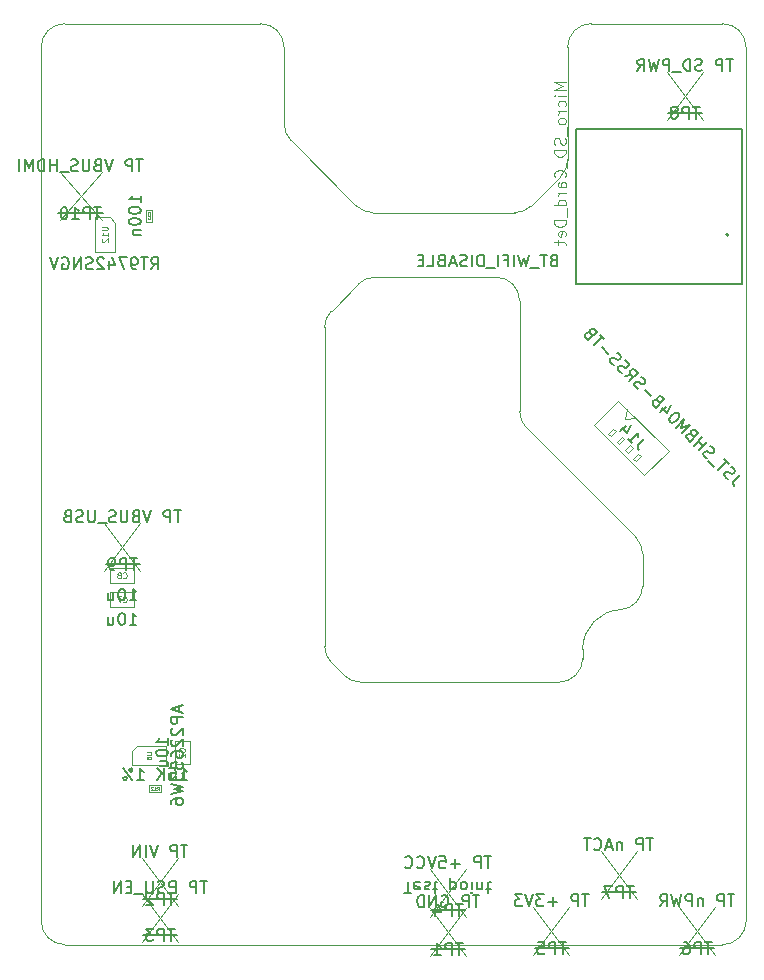
<source format=gbr>
G04 #@! TF.GenerationSoftware,KiCad,Pcbnew,9.0.3*
G04 #@! TF.CreationDate,2026-01-22T00:39:22+01:00*
G04 #@! TF.ProjectId,CM5IO,434d3549-4f2e-46b6-9963-61645f706362,rev?*
G04 #@! TF.SameCoordinates,Original*
G04 #@! TF.FileFunction,AssemblyDrawing,Bot*
%FSLAX46Y46*%
G04 Gerber Fmt 4.6, Leading zero omitted, Abs format (unit mm)*
G04 Created by KiCad (PCBNEW 9.0.3) date 2026-01-22 00:39:22*
%MOMM*%
%LPD*%
G01*
G04 APERTURE LIST*
%ADD10C,0.150000*%
%ADD11C,0.040000*%
%ADD12C,0.075000*%
%ADD13C,0.015000*%
%ADD14C,0.080000*%
%ADD15C,0.060000*%
%ADD16C,0.100000*%
%ADD17C,0.127000*%
%ADD18C,0.200000*%
G04 #@! TA.AperFunction,Profile*
%ADD19C,0.050000*%
G04 #@! TD*
G04 APERTURE END LIST*
D10*
X154714819Y-83660952D02*
X154714819Y-83089524D01*
X154714819Y-83375238D02*
X153714819Y-83375238D01*
X153714819Y-83375238D02*
X153857676Y-83280000D01*
X153857676Y-83280000D02*
X153952914Y-83184762D01*
X153952914Y-83184762D02*
X154000533Y-83089524D01*
X153714819Y-84280000D02*
X153714819Y-84375238D01*
X153714819Y-84375238D02*
X153762438Y-84470476D01*
X153762438Y-84470476D02*
X153810057Y-84518095D01*
X153810057Y-84518095D02*
X153905295Y-84565714D01*
X153905295Y-84565714D02*
X154095771Y-84613333D01*
X154095771Y-84613333D02*
X154333866Y-84613333D01*
X154333866Y-84613333D02*
X154524342Y-84565714D01*
X154524342Y-84565714D02*
X154619580Y-84518095D01*
X154619580Y-84518095D02*
X154667200Y-84470476D01*
X154667200Y-84470476D02*
X154714819Y-84375238D01*
X154714819Y-84375238D02*
X154714819Y-84280000D01*
X154714819Y-84280000D02*
X154667200Y-84184762D01*
X154667200Y-84184762D02*
X154619580Y-84137143D01*
X154619580Y-84137143D02*
X154524342Y-84089524D01*
X154524342Y-84089524D02*
X154333866Y-84041905D01*
X154333866Y-84041905D02*
X154095771Y-84041905D01*
X154095771Y-84041905D02*
X153905295Y-84089524D01*
X153905295Y-84089524D02*
X153810057Y-84137143D01*
X153810057Y-84137143D02*
X153762438Y-84184762D01*
X153762438Y-84184762D02*
X153714819Y-84280000D01*
X153714819Y-85232381D02*
X153714819Y-85327619D01*
X153714819Y-85327619D02*
X153762438Y-85422857D01*
X153762438Y-85422857D02*
X153810057Y-85470476D01*
X153810057Y-85470476D02*
X153905295Y-85518095D01*
X153905295Y-85518095D02*
X154095771Y-85565714D01*
X154095771Y-85565714D02*
X154333866Y-85565714D01*
X154333866Y-85565714D02*
X154524342Y-85518095D01*
X154524342Y-85518095D02*
X154619580Y-85470476D01*
X154619580Y-85470476D02*
X154667200Y-85422857D01*
X154667200Y-85422857D02*
X154714819Y-85327619D01*
X154714819Y-85327619D02*
X154714819Y-85232381D01*
X154714819Y-85232381D02*
X154667200Y-85137143D01*
X154667200Y-85137143D02*
X154619580Y-85089524D01*
X154619580Y-85089524D02*
X154524342Y-85041905D01*
X154524342Y-85041905D02*
X154333866Y-84994286D01*
X154333866Y-84994286D02*
X154095771Y-84994286D01*
X154095771Y-84994286D02*
X153905295Y-85041905D01*
X153905295Y-85041905D02*
X153810057Y-85089524D01*
X153810057Y-85089524D02*
X153762438Y-85137143D01*
X153762438Y-85137143D02*
X153714819Y-85232381D01*
X154048152Y-85994286D02*
X154714819Y-85994286D01*
X154143390Y-85994286D02*
X154095771Y-86041905D01*
X154095771Y-86041905D02*
X154048152Y-86137143D01*
X154048152Y-86137143D02*
X154048152Y-86280000D01*
X154048152Y-86280000D02*
X154095771Y-86375238D01*
X154095771Y-86375238D02*
X154191009Y-86422857D01*
X154191009Y-86422857D02*
X154714819Y-86422857D01*
D11*
X155519765Y-84619285D02*
X155531670Y-84607381D01*
X155531670Y-84607381D02*
X155543574Y-84571666D01*
X155543574Y-84571666D02*
X155543574Y-84547857D01*
X155543574Y-84547857D02*
X155531670Y-84512143D01*
X155531670Y-84512143D02*
X155507860Y-84488333D01*
X155507860Y-84488333D02*
X155484050Y-84476428D01*
X155484050Y-84476428D02*
X155436431Y-84464524D01*
X155436431Y-84464524D02*
X155400717Y-84464524D01*
X155400717Y-84464524D02*
X155353098Y-84476428D01*
X155353098Y-84476428D02*
X155329289Y-84488333D01*
X155329289Y-84488333D02*
X155305479Y-84512143D01*
X155305479Y-84512143D02*
X155293574Y-84547857D01*
X155293574Y-84547857D02*
X155293574Y-84571666D01*
X155293574Y-84571666D02*
X155305479Y-84607381D01*
X155305479Y-84607381D02*
X155317384Y-84619285D01*
X155543574Y-84857381D02*
X155543574Y-84714524D01*
X155543574Y-84785952D02*
X155293574Y-84785952D01*
X155293574Y-84785952D02*
X155329289Y-84762143D01*
X155329289Y-84762143D02*
X155353098Y-84738333D01*
X155353098Y-84738333D02*
X155365003Y-84714524D01*
X155317384Y-84952619D02*
X155305479Y-84964523D01*
X155305479Y-84964523D02*
X155293574Y-84988333D01*
X155293574Y-84988333D02*
X155293574Y-85047857D01*
X155293574Y-85047857D02*
X155305479Y-85071666D01*
X155305479Y-85071666D02*
X155317384Y-85083571D01*
X155317384Y-85083571D02*
X155341193Y-85095476D01*
X155341193Y-85095476D02*
X155365003Y-85095476D01*
X155365003Y-85095476D02*
X155400717Y-85083571D01*
X155400717Y-85083571D02*
X155543574Y-84940714D01*
X155543574Y-84940714D02*
X155543574Y-85095476D01*
D10*
X155592762Y-89324819D02*
X155926095Y-88848628D01*
X156164190Y-89324819D02*
X156164190Y-88324819D01*
X156164190Y-88324819D02*
X155783238Y-88324819D01*
X155783238Y-88324819D02*
X155688000Y-88372438D01*
X155688000Y-88372438D02*
X155640381Y-88420057D01*
X155640381Y-88420057D02*
X155592762Y-88515295D01*
X155592762Y-88515295D02*
X155592762Y-88658152D01*
X155592762Y-88658152D02*
X155640381Y-88753390D01*
X155640381Y-88753390D02*
X155688000Y-88801009D01*
X155688000Y-88801009D02*
X155783238Y-88848628D01*
X155783238Y-88848628D02*
X156164190Y-88848628D01*
X155307047Y-88324819D02*
X154735619Y-88324819D01*
X155021333Y-89324819D02*
X155021333Y-88324819D01*
X154354666Y-89324819D02*
X154164190Y-89324819D01*
X154164190Y-89324819D02*
X154068952Y-89277200D01*
X154068952Y-89277200D02*
X154021333Y-89229580D01*
X154021333Y-89229580D02*
X153926095Y-89086723D01*
X153926095Y-89086723D02*
X153878476Y-88896247D01*
X153878476Y-88896247D02*
X153878476Y-88515295D01*
X153878476Y-88515295D02*
X153926095Y-88420057D01*
X153926095Y-88420057D02*
X153973714Y-88372438D01*
X153973714Y-88372438D02*
X154068952Y-88324819D01*
X154068952Y-88324819D02*
X154259428Y-88324819D01*
X154259428Y-88324819D02*
X154354666Y-88372438D01*
X154354666Y-88372438D02*
X154402285Y-88420057D01*
X154402285Y-88420057D02*
X154449904Y-88515295D01*
X154449904Y-88515295D02*
X154449904Y-88753390D01*
X154449904Y-88753390D02*
X154402285Y-88848628D01*
X154402285Y-88848628D02*
X154354666Y-88896247D01*
X154354666Y-88896247D02*
X154259428Y-88943866D01*
X154259428Y-88943866D02*
X154068952Y-88943866D01*
X154068952Y-88943866D02*
X153973714Y-88896247D01*
X153973714Y-88896247D02*
X153926095Y-88848628D01*
X153926095Y-88848628D02*
X153878476Y-88753390D01*
X153545142Y-88324819D02*
X152878476Y-88324819D01*
X152878476Y-88324819D02*
X153307047Y-89324819D01*
X152068952Y-88658152D02*
X152068952Y-89324819D01*
X152307047Y-88277200D02*
X152545142Y-88991485D01*
X152545142Y-88991485D02*
X151926095Y-88991485D01*
X151592761Y-88420057D02*
X151545142Y-88372438D01*
X151545142Y-88372438D02*
X151449904Y-88324819D01*
X151449904Y-88324819D02*
X151211809Y-88324819D01*
X151211809Y-88324819D02*
X151116571Y-88372438D01*
X151116571Y-88372438D02*
X151068952Y-88420057D01*
X151068952Y-88420057D02*
X151021333Y-88515295D01*
X151021333Y-88515295D02*
X151021333Y-88610533D01*
X151021333Y-88610533D02*
X151068952Y-88753390D01*
X151068952Y-88753390D02*
X151640380Y-89324819D01*
X151640380Y-89324819D02*
X151021333Y-89324819D01*
X150640380Y-89277200D02*
X150497523Y-89324819D01*
X150497523Y-89324819D02*
X150259428Y-89324819D01*
X150259428Y-89324819D02*
X150164190Y-89277200D01*
X150164190Y-89277200D02*
X150116571Y-89229580D01*
X150116571Y-89229580D02*
X150068952Y-89134342D01*
X150068952Y-89134342D02*
X150068952Y-89039104D01*
X150068952Y-89039104D02*
X150116571Y-88943866D01*
X150116571Y-88943866D02*
X150164190Y-88896247D01*
X150164190Y-88896247D02*
X150259428Y-88848628D01*
X150259428Y-88848628D02*
X150449904Y-88801009D01*
X150449904Y-88801009D02*
X150545142Y-88753390D01*
X150545142Y-88753390D02*
X150592761Y-88705771D01*
X150592761Y-88705771D02*
X150640380Y-88610533D01*
X150640380Y-88610533D02*
X150640380Y-88515295D01*
X150640380Y-88515295D02*
X150592761Y-88420057D01*
X150592761Y-88420057D02*
X150545142Y-88372438D01*
X150545142Y-88372438D02*
X150449904Y-88324819D01*
X150449904Y-88324819D02*
X150211809Y-88324819D01*
X150211809Y-88324819D02*
X150068952Y-88372438D01*
X149640380Y-89324819D02*
X149640380Y-88324819D01*
X149640380Y-88324819D02*
X149068952Y-89324819D01*
X149068952Y-89324819D02*
X149068952Y-88324819D01*
X148068952Y-88372438D02*
X148164190Y-88324819D01*
X148164190Y-88324819D02*
X148307047Y-88324819D01*
X148307047Y-88324819D02*
X148449904Y-88372438D01*
X148449904Y-88372438D02*
X148545142Y-88467676D01*
X148545142Y-88467676D02*
X148592761Y-88562914D01*
X148592761Y-88562914D02*
X148640380Y-88753390D01*
X148640380Y-88753390D02*
X148640380Y-88896247D01*
X148640380Y-88896247D02*
X148592761Y-89086723D01*
X148592761Y-89086723D02*
X148545142Y-89181961D01*
X148545142Y-89181961D02*
X148449904Y-89277200D01*
X148449904Y-89277200D02*
X148307047Y-89324819D01*
X148307047Y-89324819D02*
X148211809Y-89324819D01*
X148211809Y-89324819D02*
X148068952Y-89277200D01*
X148068952Y-89277200D02*
X148021333Y-89229580D01*
X148021333Y-89229580D02*
X148021333Y-88896247D01*
X148021333Y-88896247D02*
X148211809Y-88896247D01*
X147735618Y-88324819D02*
X147402285Y-89324819D01*
X147402285Y-89324819D02*
X147068952Y-88324819D01*
D12*
X151415409Y-85750952D02*
X151820171Y-85750952D01*
X151820171Y-85750952D02*
X151867790Y-85774762D01*
X151867790Y-85774762D02*
X151891600Y-85798571D01*
X151891600Y-85798571D02*
X151915409Y-85846190D01*
X151915409Y-85846190D02*
X151915409Y-85941428D01*
X151915409Y-85941428D02*
X151891600Y-85989047D01*
X151891600Y-85989047D02*
X151867790Y-86012857D01*
X151867790Y-86012857D02*
X151820171Y-86036666D01*
X151820171Y-86036666D02*
X151415409Y-86036666D01*
X151915409Y-86536667D02*
X151915409Y-86250953D01*
X151915409Y-86393810D02*
X151415409Y-86393810D01*
X151415409Y-86393810D02*
X151486838Y-86346191D01*
X151486838Y-86346191D02*
X151534457Y-86298572D01*
X151534457Y-86298572D02*
X151558266Y-86250953D01*
X151463028Y-86727143D02*
X151439219Y-86750952D01*
X151439219Y-86750952D02*
X151415409Y-86798571D01*
X151415409Y-86798571D02*
X151415409Y-86917619D01*
X151415409Y-86917619D02*
X151439219Y-86965238D01*
X151439219Y-86965238D02*
X151463028Y-86989047D01*
X151463028Y-86989047D02*
X151510647Y-87012857D01*
X151510647Y-87012857D02*
X151558266Y-87012857D01*
X151558266Y-87012857D02*
X151629695Y-86989047D01*
X151629695Y-86989047D02*
X151915409Y-86703333D01*
X151915409Y-86703333D02*
X151915409Y-87012857D01*
D13*
X190723201Y-73481971D02*
X189722107Y-73481971D01*
X189722107Y-73481971D02*
X190437174Y-73815669D01*
X190437174Y-73815669D02*
X189722107Y-74149367D01*
X189722107Y-74149367D02*
X190723201Y-74149367D01*
X190723201Y-74626078D02*
X190055805Y-74626078D01*
X189722107Y-74626078D02*
X189769778Y-74578407D01*
X189769778Y-74578407D02*
X189817449Y-74626078D01*
X189817449Y-74626078D02*
X189769778Y-74673749D01*
X189769778Y-74673749D02*
X189722107Y-74626078D01*
X189722107Y-74626078D02*
X189817449Y-74626078D01*
X190675530Y-75531830D02*
X190723201Y-75436487D01*
X190723201Y-75436487D02*
X190723201Y-75245803D01*
X190723201Y-75245803D02*
X190675530Y-75150460D01*
X190675530Y-75150460D02*
X190627858Y-75102789D01*
X190627858Y-75102789D02*
X190532516Y-75055118D01*
X190532516Y-75055118D02*
X190246489Y-75055118D01*
X190246489Y-75055118D02*
X190151147Y-75102789D01*
X190151147Y-75102789D02*
X190103476Y-75150460D01*
X190103476Y-75150460D02*
X190055805Y-75245803D01*
X190055805Y-75245803D02*
X190055805Y-75436487D01*
X190055805Y-75436487D02*
X190103476Y-75531830D01*
X190723201Y-75960870D02*
X190055805Y-75960870D01*
X190246489Y-75960870D02*
X190151147Y-76008541D01*
X190151147Y-76008541D02*
X190103476Y-76056213D01*
X190103476Y-76056213D02*
X190055805Y-76151555D01*
X190055805Y-76151555D02*
X190055805Y-76246897D01*
X190723201Y-76723609D02*
X190675530Y-76628266D01*
X190675530Y-76628266D02*
X190627858Y-76580595D01*
X190627858Y-76580595D02*
X190532516Y-76532924D01*
X190532516Y-76532924D02*
X190246489Y-76532924D01*
X190246489Y-76532924D02*
X190151147Y-76580595D01*
X190151147Y-76580595D02*
X190103476Y-76628266D01*
X190103476Y-76628266D02*
X190055805Y-76723609D01*
X190055805Y-76723609D02*
X190055805Y-76866622D01*
X190055805Y-76866622D02*
X190103476Y-76961964D01*
X190103476Y-76961964D02*
X190151147Y-77009636D01*
X190151147Y-77009636D02*
X190246489Y-77057307D01*
X190246489Y-77057307D02*
X190532516Y-77057307D01*
X190532516Y-77057307D02*
X190627858Y-77009636D01*
X190627858Y-77009636D02*
X190675530Y-76961964D01*
X190675530Y-76961964D02*
X190723201Y-76866622D01*
X190723201Y-76866622D02*
X190723201Y-76723609D01*
X190818543Y-77247992D02*
X190818543Y-78010730D01*
X190675530Y-78201414D02*
X190723201Y-78344428D01*
X190723201Y-78344428D02*
X190723201Y-78582783D01*
X190723201Y-78582783D02*
X190675530Y-78678126D01*
X190675530Y-78678126D02*
X190627858Y-78725797D01*
X190627858Y-78725797D02*
X190532516Y-78773468D01*
X190532516Y-78773468D02*
X190437174Y-78773468D01*
X190437174Y-78773468D02*
X190341832Y-78725797D01*
X190341832Y-78725797D02*
X190294160Y-78678126D01*
X190294160Y-78678126D02*
X190246489Y-78582783D01*
X190246489Y-78582783D02*
X190198818Y-78392099D01*
X190198818Y-78392099D02*
X190151147Y-78296756D01*
X190151147Y-78296756D02*
X190103476Y-78249085D01*
X190103476Y-78249085D02*
X190008134Y-78201414D01*
X190008134Y-78201414D02*
X189912791Y-78201414D01*
X189912791Y-78201414D02*
X189817449Y-78249085D01*
X189817449Y-78249085D02*
X189769778Y-78296756D01*
X189769778Y-78296756D02*
X189722107Y-78392099D01*
X189722107Y-78392099D02*
X189722107Y-78630454D01*
X189722107Y-78630454D02*
X189769778Y-78773468D01*
X190723201Y-79202508D02*
X189722107Y-79202508D01*
X189722107Y-79202508D02*
X189722107Y-79440864D01*
X189722107Y-79440864D02*
X189769778Y-79583877D01*
X189769778Y-79583877D02*
X189865120Y-79679220D01*
X189865120Y-79679220D02*
X189960462Y-79726891D01*
X189960462Y-79726891D02*
X190151147Y-79774562D01*
X190151147Y-79774562D02*
X190294160Y-79774562D01*
X190294160Y-79774562D02*
X190484845Y-79726891D01*
X190484845Y-79726891D02*
X190580187Y-79679220D01*
X190580187Y-79679220D02*
X190675530Y-79583877D01*
X190675530Y-79583877D02*
X190723201Y-79440864D01*
X190723201Y-79440864D02*
X190723201Y-79202508D01*
X190818543Y-79965247D02*
X190818543Y-80727985D01*
X190627858Y-81538394D02*
X190675530Y-81490723D01*
X190675530Y-81490723D02*
X190723201Y-81347709D01*
X190723201Y-81347709D02*
X190723201Y-81252367D01*
X190723201Y-81252367D02*
X190675530Y-81109354D01*
X190675530Y-81109354D02*
X190580187Y-81014011D01*
X190580187Y-81014011D02*
X190484845Y-80966340D01*
X190484845Y-80966340D02*
X190294160Y-80918669D01*
X190294160Y-80918669D02*
X190151147Y-80918669D01*
X190151147Y-80918669D02*
X189960462Y-80966340D01*
X189960462Y-80966340D02*
X189865120Y-81014011D01*
X189865120Y-81014011D02*
X189769778Y-81109354D01*
X189769778Y-81109354D02*
X189722107Y-81252367D01*
X189722107Y-81252367D02*
X189722107Y-81347709D01*
X189722107Y-81347709D02*
X189769778Y-81490723D01*
X189769778Y-81490723D02*
X189817449Y-81538394D01*
X190723201Y-82396475D02*
X190198818Y-82396475D01*
X190198818Y-82396475D02*
X190103476Y-82348803D01*
X190103476Y-82348803D02*
X190055805Y-82253461D01*
X190055805Y-82253461D02*
X190055805Y-82062777D01*
X190055805Y-82062777D02*
X190103476Y-81967434D01*
X190675530Y-82396475D02*
X190723201Y-82301132D01*
X190723201Y-82301132D02*
X190723201Y-82062777D01*
X190723201Y-82062777D02*
X190675530Y-81967434D01*
X190675530Y-81967434D02*
X190580187Y-81919763D01*
X190580187Y-81919763D02*
X190484845Y-81919763D01*
X190484845Y-81919763D02*
X190389503Y-81967434D01*
X190389503Y-81967434D02*
X190341832Y-82062777D01*
X190341832Y-82062777D02*
X190341832Y-82301132D01*
X190341832Y-82301132D02*
X190294160Y-82396475D01*
X190723201Y-82873186D02*
X190055805Y-82873186D01*
X190246489Y-82873186D02*
X190151147Y-82920857D01*
X190151147Y-82920857D02*
X190103476Y-82968529D01*
X190103476Y-82968529D02*
X190055805Y-83063871D01*
X190055805Y-83063871D02*
X190055805Y-83159213D01*
X190723201Y-83921952D02*
X189722107Y-83921952D01*
X190675530Y-83921952D02*
X190723201Y-83826609D01*
X190723201Y-83826609D02*
X190723201Y-83635925D01*
X190723201Y-83635925D02*
X190675530Y-83540582D01*
X190675530Y-83540582D02*
X190627858Y-83492911D01*
X190627858Y-83492911D02*
X190532516Y-83445240D01*
X190532516Y-83445240D02*
X190246489Y-83445240D01*
X190246489Y-83445240D02*
X190151147Y-83492911D01*
X190151147Y-83492911D02*
X190103476Y-83540582D01*
X190103476Y-83540582D02*
X190055805Y-83635925D01*
X190055805Y-83635925D02*
X190055805Y-83826609D01*
X190055805Y-83826609D02*
X190103476Y-83921952D01*
X190818543Y-84160308D02*
X190818543Y-84923046D01*
X190723201Y-85161401D02*
X189722107Y-85161401D01*
X189722107Y-85161401D02*
X189722107Y-85399757D01*
X189722107Y-85399757D02*
X189769778Y-85542770D01*
X189769778Y-85542770D02*
X189865120Y-85638113D01*
X189865120Y-85638113D02*
X189960462Y-85685784D01*
X189960462Y-85685784D02*
X190151147Y-85733455D01*
X190151147Y-85733455D02*
X190294160Y-85733455D01*
X190294160Y-85733455D02*
X190484845Y-85685784D01*
X190484845Y-85685784D02*
X190580187Y-85638113D01*
X190580187Y-85638113D02*
X190675530Y-85542770D01*
X190675530Y-85542770D02*
X190723201Y-85399757D01*
X190723201Y-85399757D02*
X190723201Y-85161401D01*
X190675530Y-86543864D02*
X190723201Y-86448522D01*
X190723201Y-86448522D02*
X190723201Y-86257838D01*
X190723201Y-86257838D02*
X190675530Y-86162495D01*
X190675530Y-86162495D02*
X190580187Y-86114824D01*
X190580187Y-86114824D02*
X190198818Y-86114824D01*
X190198818Y-86114824D02*
X190103476Y-86162495D01*
X190103476Y-86162495D02*
X190055805Y-86257838D01*
X190055805Y-86257838D02*
X190055805Y-86448522D01*
X190055805Y-86448522D02*
X190103476Y-86543864D01*
X190103476Y-86543864D02*
X190198818Y-86591536D01*
X190198818Y-86591536D02*
X190294160Y-86591536D01*
X190294160Y-86591536D02*
X190389503Y-86114824D01*
X190055805Y-86877563D02*
X190055805Y-87258932D01*
X189722107Y-87020576D02*
X190580187Y-87020576D01*
X190580187Y-87020576D02*
X190675530Y-87068247D01*
X190675530Y-87068247D02*
X190723201Y-87163590D01*
X190723201Y-87163590D02*
X190723201Y-87258932D01*
D10*
X192632666Y-142255819D02*
X192061238Y-142255819D01*
X192346952Y-143255819D02*
X192346952Y-142255819D01*
X191727904Y-143255819D02*
X191727904Y-142255819D01*
X191727904Y-142255819D02*
X191346952Y-142255819D01*
X191346952Y-142255819D02*
X191251714Y-142303438D01*
X191251714Y-142303438D02*
X191204095Y-142351057D01*
X191204095Y-142351057D02*
X191156476Y-142446295D01*
X191156476Y-142446295D02*
X191156476Y-142589152D01*
X191156476Y-142589152D02*
X191204095Y-142684390D01*
X191204095Y-142684390D02*
X191251714Y-142732009D01*
X191251714Y-142732009D02*
X191346952Y-142779628D01*
X191346952Y-142779628D02*
X191727904Y-142779628D01*
X189965999Y-142874866D02*
X189204095Y-142874866D01*
X189585047Y-143255819D02*
X189585047Y-142493914D01*
X188823142Y-142255819D02*
X188204095Y-142255819D01*
X188204095Y-142255819D02*
X188537428Y-142636771D01*
X188537428Y-142636771D02*
X188394571Y-142636771D01*
X188394571Y-142636771D02*
X188299333Y-142684390D01*
X188299333Y-142684390D02*
X188251714Y-142732009D01*
X188251714Y-142732009D02*
X188204095Y-142827247D01*
X188204095Y-142827247D02*
X188204095Y-143065342D01*
X188204095Y-143065342D02*
X188251714Y-143160580D01*
X188251714Y-143160580D02*
X188299333Y-143208200D01*
X188299333Y-143208200D02*
X188394571Y-143255819D01*
X188394571Y-143255819D02*
X188680285Y-143255819D01*
X188680285Y-143255819D02*
X188775523Y-143208200D01*
X188775523Y-143208200D02*
X188823142Y-143160580D01*
X187918380Y-142255819D02*
X187585047Y-143255819D01*
X187585047Y-143255819D02*
X187251714Y-142255819D01*
X187013618Y-142255819D02*
X186394571Y-142255819D01*
X186394571Y-142255819D02*
X186727904Y-142636771D01*
X186727904Y-142636771D02*
X186585047Y-142636771D01*
X186585047Y-142636771D02*
X186489809Y-142684390D01*
X186489809Y-142684390D02*
X186442190Y-142732009D01*
X186442190Y-142732009D02*
X186394571Y-142827247D01*
X186394571Y-142827247D02*
X186394571Y-143065342D01*
X186394571Y-143065342D02*
X186442190Y-143160580D01*
X186442190Y-143160580D02*
X186489809Y-143208200D01*
X186489809Y-143208200D02*
X186585047Y-143255819D01*
X186585047Y-143255819D02*
X186870761Y-143255819D01*
X186870761Y-143255819D02*
X186965999Y-143208200D01*
X186965999Y-143208200D02*
X187013618Y-143160580D01*
X190727904Y-146305819D02*
X190156476Y-146305819D01*
X190442190Y-147305819D02*
X190442190Y-146305819D01*
X189823142Y-147305819D02*
X189823142Y-146305819D01*
X189823142Y-146305819D02*
X189442190Y-146305819D01*
X189442190Y-146305819D02*
X189346952Y-146353438D01*
X189346952Y-146353438D02*
X189299333Y-146401057D01*
X189299333Y-146401057D02*
X189251714Y-146496295D01*
X189251714Y-146496295D02*
X189251714Y-146639152D01*
X189251714Y-146639152D02*
X189299333Y-146734390D01*
X189299333Y-146734390D02*
X189346952Y-146782009D01*
X189346952Y-146782009D02*
X189442190Y-146829628D01*
X189442190Y-146829628D02*
X189823142Y-146829628D01*
X188346952Y-146305819D02*
X188823142Y-146305819D01*
X188823142Y-146305819D02*
X188870761Y-146782009D01*
X188870761Y-146782009D02*
X188823142Y-146734390D01*
X188823142Y-146734390D02*
X188727904Y-146686771D01*
X188727904Y-146686771D02*
X188489809Y-146686771D01*
X188489809Y-146686771D02*
X188394571Y-146734390D01*
X188394571Y-146734390D02*
X188346952Y-146782009D01*
X188346952Y-146782009D02*
X188299333Y-146877247D01*
X188299333Y-146877247D02*
X188299333Y-147115342D01*
X188299333Y-147115342D02*
X188346952Y-147210580D01*
X188346952Y-147210580D02*
X188394571Y-147258200D01*
X188394571Y-147258200D02*
X188489809Y-147305819D01*
X188489809Y-147305819D02*
X188727904Y-147305819D01*
X188727904Y-147305819D02*
X188823142Y-147258200D01*
X188823142Y-147258200D02*
X188870761Y-147210580D01*
X188074333Y-146805819D02*
X190947195Y-146805819D01*
X158120190Y-109743819D02*
X157548762Y-109743819D01*
X157834476Y-110743819D02*
X157834476Y-109743819D01*
X157215428Y-110743819D02*
X157215428Y-109743819D01*
X157215428Y-109743819D02*
X156834476Y-109743819D01*
X156834476Y-109743819D02*
X156739238Y-109791438D01*
X156739238Y-109791438D02*
X156691619Y-109839057D01*
X156691619Y-109839057D02*
X156644000Y-109934295D01*
X156644000Y-109934295D02*
X156644000Y-110077152D01*
X156644000Y-110077152D02*
X156691619Y-110172390D01*
X156691619Y-110172390D02*
X156739238Y-110220009D01*
X156739238Y-110220009D02*
X156834476Y-110267628D01*
X156834476Y-110267628D02*
X157215428Y-110267628D01*
X155596380Y-109743819D02*
X155263047Y-110743819D01*
X155263047Y-110743819D02*
X154929714Y-109743819D01*
X154263047Y-110220009D02*
X154120190Y-110267628D01*
X154120190Y-110267628D02*
X154072571Y-110315247D01*
X154072571Y-110315247D02*
X154024952Y-110410485D01*
X154024952Y-110410485D02*
X154024952Y-110553342D01*
X154024952Y-110553342D02*
X154072571Y-110648580D01*
X154072571Y-110648580D02*
X154120190Y-110696200D01*
X154120190Y-110696200D02*
X154215428Y-110743819D01*
X154215428Y-110743819D02*
X154596380Y-110743819D01*
X154596380Y-110743819D02*
X154596380Y-109743819D01*
X154596380Y-109743819D02*
X154263047Y-109743819D01*
X154263047Y-109743819D02*
X154167809Y-109791438D01*
X154167809Y-109791438D02*
X154120190Y-109839057D01*
X154120190Y-109839057D02*
X154072571Y-109934295D01*
X154072571Y-109934295D02*
X154072571Y-110029533D01*
X154072571Y-110029533D02*
X154120190Y-110124771D01*
X154120190Y-110124771D02*
X154167809Y-110172390D01*
X154167809Y-110172390D02*
X154263047Y-110220009D01*
X154263047Y-110220009D02*
X154596380Y-110220009D01*
X153596380Y-109743819D02*
X153596380Y-110553342D01*
X153596380Y-110553342D02*
X153548761Y-110648580D01*
X153548761Y-110648580D02*
X153501142Y-110696200D01*
X153501142Y-110696200D02*
X153405904Y-110743819D01*
X153405904Y-110743819D02*
X153215428Y-110743819D01*
X153215428Y-110743819D02*
X153120190Y-110696200D01*
X153120190Y-110696200D02*
X153072571Y-110648580D01*
X153072571Y-110648580D02*
X153024952Y-110553342D01*
X153024952Y-110553342D02*
X153024952Y-109743819D01*
X152596380Y-110696200D02*
X152453523Y-110743819D01*
X152453523Y-110743819D02*
X152215428Y-110743819D01*
X152215428Y-110743819D02*
X152120190Y-110696200D01*
X152120190Y-110696200D02*
X152072571Y-110648580D01*
X152072571Y-110648580D02*
X152024952Y-110553342D01*
X152024952Y-110553342D02*
X152024952Y-110458104D01*
X152024952Y-110458104D02*
X152072571Y-110362866D01*
X152072571Y-110362866D02*
X152120190Y-110315247D01*
X152120190Y-110315247D02*
X152215428Y-110267628D01*
X152215428Y-110267628D02*
X152405904Y-110220009D01*
X152405904Y-110220009D02*
X152501142Y-110172390D01*
X152501142Y-110172390D02*
X152548761Y-110124771D01*
X152548761Y-110124771D02*
X152596380Y-110029533D01*
X152596380Y-110029533D02*
X152596380Y-109934295D01*
X152596380Y-109934295D02*
X152548761Y-109839057D01*
X152548761Y-109839057D02*
X152501142Y-109791438D01*
X152501142Y-109791438D02*
X152405904Y-109743819D01*
X152405904Y-109743819D02*
X152167809Y-109743819D01*
X152167809Y-109743819D02*
X152024952Y-109791438D01*
X151834476Y-110839057D02*
X151072571Y-110839057D01*
X150834475Y-109743819D02*
X150834475Y-110553342D01*
X150834475Y-110553342D02*
X150786856Y-110648580D01*
X150786856Y-110648580D02*
X150739237Y-110696200D01*
X150739237Y-110696200D02*
X150643999Y-110743819D01*
X150643999Y-110743819D02*
X150453523Y-110743819D01*
X150453523Y-110743819D02*
X150358285Y-110696200D01*
X150358285Y-110696200D02*
X150310666Y-110648580D01*
X150310666Y-110648580D02*
X150263047Y-110553342D01*
X150263047Y-110553342D02*
X150263047Y-109743819D01*
X149834475Y-110696200D02*
X149691618Y-110743819D01*
X149691618Y-110743819D02*
X149453523Y-110743819D01*
X149453523Y-110743819D02*
X149358285Y-110696200D01*
X149358285Y-110696200D02*
X149310666Y-110648580D01*
X149310666Y-110648580D02*
X149263047Y-110553342D01*
X149263047Y-110553342D02*
X149263047Y-110458104D01*
X149263047Y-110458104D02*
X149310666Y-110362866D01*
X149310666Y-110362866D02*
X149358285Y-110315247D01*
X149358285Y-110315247D02*
X149453523Y-110267628D01*
X149453523Y-110267628D02*
X149643999Y-110220009D01*
X149643999Y-110220009D02*
X149739237Y-110172390D01*
X149739237Y-110172390D02*
X149786856Y-110124771D01*
X149786856Y-110124771D02*
X149834475Y-110029533D01*
X149834475Y-110029533D02*
X149834475Y-109934295D01*
X149834475Y-109934295D02*
X149786856Y-109839057D01*
X149786856Y-109839057D02*
X149739237Y-109791438D01*
X149739237Y-109791438D02*
X149643999Y-109743819D01*
X149643999Y-109743819D02*
X149405904Y-109743819D01*
X149405904Y-109743819D02*
X149263047Y-109791438D01*
X148501142Y-110220009D02*
X148358285Y-110267628D01*
X148358285Y-110267628D02*
X148310666Y-110315247D01*
X148310666Y-110315247D02*
X148263047Y-110410485D01*
X148263047Y-110410485D02*
X148263047Y-110553342D01*
X148263047Y-110553342D02*
X148310666Y-110648580D01*
X148310666Y-110648580D02*
X148358285Y-110696200D01*
X148358285Y-110696200D02*
X148453523Y-110743819D01*
X148453523Y-110743819D02*
X148834475Y-110743819D01*
X148834475Y-110743819D02*
X148834475Y-109743819D01*
X148834475Y-109743819D02*
X148501142Y-109743819D01*
X148501142Y-109743819D02*
X148405904Y-109791438D01*
X148405904Y-109791438D02*
X148358285Y-109839057D01*
X148358285Y-109839057D02*
X148310666Y-109934295D01*
X148310666Y-109934295D02*
X148310666Y-110029533D01*
X148310666Y-110029533D02*
X148358285Y-110124771D01*
X148358285Y-110124771D02*
X148405904Y-110172390D01*
X148405904Y-110172390D02*
X148501142Y-110220009D01*
X148501142Y-110220009D02*
X148834475Y-110220009D01*
X154405904Y-113793819D02*
X153834476Y-113793819D01*
X154120190Y-114793819D02*
X154120190Y-113793819D01*
X153501142Y-114793819D02*
X153501142Y-113793819D01*
X153501142Y-113793819D02*
X153120190Y-113793819D01*
X153120190Y-113793819D02*
X153024952Y-113841438D01*
X153024952Y-113841438D02*
X152977333Y-113889057D01*
X152977333Y-113889057D02*
X152929714Y-113984295D01*
X152929714Y-113984295D02*
X152929714Y-114127152D01*
X152929714Y-114127152D02*
X152977333Y-114222390D01*
X152977333Y-114222390D02*
X153024952Y-114270009D01*
X153024952Y-114270009D02*
X153120190Y-114317628D01*
X153120190Y-114317628D02*
X153501142Y-114317628D01*
X152453523Y-114793819D02*
X152263047Y-114793819D01*
X152263047Y-114793819D02*
X152167809Y-114746200D01*
X152167809Y-114746200D02*
X152120190Y-114698580D01*
X152120190Y-114698580D02*
X152024952Y-114555723D01*
X152024952Y-114555723D02*
X151977333Y-114365247D01*
X151977333Y-114365247D02*
X151977333Y-113984295D01*
X151977333Y-113984295D02*
X152024952Y-113889057D01*
X152024952Y-113889057D02*
X152072571Y-113841438D01*
X152072571Y-113841438D02*
X152167809Y-113793819D01*
X152167809Y-113793819D02*
X152358285Y-113793819D01*
X152358285Y-113793819D02*
X152453523Y-113841438D01*
X152453523Y-113841438D02*
X152501142Y-113889057D01*
X152501142Y-113889057D02*
X152548761Y-113984295D01*
X152548761Y-113984295D02*
X152548761Y-114222390D01*
X152548761Y-114222390D02*
X152501142Y-114317628D01*
X152501142Y-114317628D02*
X152453523Y-114365247D01*
X152453523Y-114365247D02*
X152358285Y-114412866D01*
X152358285Y-114412866D02*
X152167809Y-114412866D01*
X152167809Y-114412866D02*
X152072571Y-114365247D01*
X152072571Y-114365247D02*
X152024952Y-114317628D01*
X152024952Y-114317628D02*
X151977333Y-114222390D01*
X151752333Y-114293819D02*
X154625195Y-114293819D01*
X198109571Y-137497620D02*
X197538143Y-137497620D01*
X197823857Y-138497620D02*
X197823857Y-137497620D01*
X197204809Y-138497620D02*
X197204809Y-137497620D01*
X197204809Y-137497620D02*
X196823857Y-137497620D01*
X196823857Y-137497620D02*
X196728619Y-137545239D01*
X196728619Y-137545239D02*
X196681000Y-137592858D01*
X196681000Y-137592858D02*
X196633381Y-137688096D01*
X196633381Y-137688096D02*
X196633381Y-137830953D01*
X196633381Y-137830953D02*
X196681000Y-137926191D01*
X196681000Y-137926191D02*
X196728619Y-137973810D01*
X196728619Y-137973810D02*
X196823857Y-138021429D01*
X196823857Y-138021429D02*
X197204809Y-138021429D01*
X195442904Y-137830953D02*
X195442904Y-138497620D01*
X195442904Y-137926191D02*
X195395285Y-137878572D01*
X195395285Y-137878572D02*
X195300047Y-137830953D01*
X195300047Y-137830953D02*
X195157190Y-137830953D01*
X195157190Y-137830953D02*
X195061952Y-137878572D01*
X195061952Y-137878572D02*
X195014333Y-137973810D01*
X195014333Y-137973810D02*
X195014333Y-138497620D01*
X194585761Y-138211905D02*
X194109571Y-138211905D01*
X194680999Y-138497620D02*
X194347666Y-137497620D01*
X194347666Y-137497620D02*
X194014333Y-138497620D01*
X193109571Y-138402381D02*
X193157190Y-138450001D01*
X193157190Y-138450001D02*
X193300047Y-138497620D01*
X193300047Y-138497620D02*
X193395285Y-138497620D01*
X193395285Y-138497620D02*
X193538142Y-138450001D01*
X193538142Y-138450001D02*
X193633380Y-138354762D01*
X193633380Y-138354762D02*
X193680999Y-138259524D01*
X193680999Y-138259524D02*
X193728618Y-138069048D01*
X193728618Y-138069048D02*
X193728618Y-137926191D01*
X193728618Y-137926191D02*
X193680999Y-137735715D01*
X193680999Y-137735715D02*
X193633380Y-137640477D01*
X193633380Y-137640477D02*
X193538142Y-137545239D01*
X193538142Y-137545239D02*
X193395285Y-137497620D01*
X193395285Y-137497620D02*
X193300047Y-137497620D01*
X193300047Y-137497620D02*
X193157190Y-137545239D01*
X193157190Y-137545239D02*
X193109571Y-137592858D01*
X192823856Y-137497620D02*
X192252428Y-137497620D01*
X192538142Y-138497620D02*
X192538142Y-137497620D01*
X196442904Y-141547620D02*
X195871476Y-141547620D01*
X196157190Y-142547620D02*
X196157190Y-141547620D01*
X195538142Y-142547620D02*
X195538142Y-141547620D01*
X195538142Y-141547620D02*
X195157190Y-141547620D01*
X195157190Y-141547620D02*
X195061952Y-141595239D01*
X195061952Y-141595239D02*
X195014333Y-141642858D01*
X195014333Y-141642858D02*
X194966714Y-141738096D01*
X194966714Y-141738096D02*
X194966714Y-141880953D01*
X194966714Y-141880953D02*
X195014333Y-141976191D01*
X195014333Y-141976191D02*
X195061952Y-142023810D01*
X195061952Y-142023810D02*
X195157190Y-142071429D01*
X195157190Y-142071429D02*
X195538142Y-142071429D01*
X194633380Y-141547620D02*
X193966714Y-141547620D01*
X193966714Y-141547620D02*
X194395285Y-142547620D01*
X193741720Y-142047617D02*
X196662195Y-142047617D01*
X204975475Y-142255819D02*
X204404047Y-142255819D01*
X204689761Y-143255819D02*
X204689761Y-142255819D01*
X204070713Y-143255819D02*
X204070713Y-142255819D01*
X204070713Y-142255819D02*
X203689761Y-142255819D01*
X203689761Y-142255819D02*
X203594523Y-142303438D01*
X203594523Y-142303438D02*
X203546904Y-142351057D01*
X203546904Y-142351057D02*
X203499285Y-142446295D01*
X203499285Y-142446295D02*
X203499285Y-142589152D01*
X203499285Y-142589152D02*
X203546904Y-142684390D01*
X203546904Y-142684390D02*
X203594523Y-142732009D01*
X203594523Y-142732009D02*
X203689761Y-142779628D01*
X203689761Y-142779628D02*
X204070713Y-142779628D01*
X202308808Y-142589152D02*
X202308808Y-143255819D01*
X202308808Y-142684390D02*
X202261189Y-142636771D01*
X202261189Y-142636771D02*
X202165951Y-142589152D01*
X202165951Y-142589152D02*
X202023094Y-142589152D01*
X202023094Y-142589152D02*
X201927856Y-142636771D01*
X201927856Y-142636771D02*
X201880237Y-142732009D01*
X201880237Y-142732009D02*
X201880237Y-143255819D01*
X201404046Y-143255819D02*
X201404046Y-142255819D01*
X201404046Y-142255819D02*
X201023094Y-142255819D01*
X201023094Y-142255819D02*
X200927856Y-142303438D01*
X200927856Y-142303438D02*
X200880237Y-142351057D01*
X200880237Y-142351057D02*
X200832618Y-142446295D01*
X200832618Y-142446295D02*
X200832618Y-142589152D01*
X200832618Y-142589152D02*
X200880237Y-142684390D01*
X200880237Y-142684390D02*
X200927856Y-142732009D01*
X200927856Y-142732009D02*
X201023094Y-142779628D01*
X201023094Y-142779628D02*
X201404046Y-142779628D01*
X200499284Y-142255819D02*
X200261189Y-143255819D01*
X200261189Y-143255819D02*
X200070713Y-142541533D01*
X200070713Y-142541533D02*
X199880237Y-143255819D01*
X199880237Y-143255819D02*
X199642142Y-142255819D01*
X198689761Y-143255819D02*
X199023094Y-142779628D01*
X199261189Y-143255819D02*
X199261189Y-142255819D01*
X199261189Y-142255819D02*
X198880237Y-142255819D01*
X198880237Y-142255819D02*
X198784999Y-142303438D01*
X198784999Y-142303438D02*
X198737380Y-142351057D01*
X198737380Y-142351057D02*
X198689761Y-142446295D01*
X198689761Y-142446295D02*
X198689761Y-142589152D01*
X198689761Y-142589152D02*
X198737380Y-142684390D01*
X198737380Y-142684390D02*
X198784999Y-142732009D01*
X198784999Y-142732009D02*
X198880237Y-142779628D01*
X198880237Y-142779628D02*
X199261189Y-142779628D01*
X203046904Y-146305819D02*
X202475476Y-146305819D01*
X202761190Y-147305819D02*
X202761190Y-146305819D01*
X202142142Y-147305819D02*
X202142142Y-146305819D01*
X202142142Y-146305819D02*
X201761190Y-146305819D01*
X201761190Y-146305819D02*
X201665952Y-146353438D01*
X201665952Y-146353438D02*
X201618333Y-146401057D01*
X201618333Y-146401057D02*
X201570714Y-146496295D01*
X201570714Y-146496295D02*
X201570714Y-146639152D01*
X201570714Y-146639152D02*
X201618333Y-146734390D01*
X201618333Y-146734390D02*
X201665952Y-146782009D01*
X201665952Y-146782009D02*
X201761190Y-146829628D01*
X201761190Y-146829628D02*
X202142142Y-146829628D01*
X200713571Y-146305819D02*
X200904047Y-146305819D01*
X200904047Y-146305819D02*
X200999285Y-146353438D01*
X200999285Y-146353438D02*
X201046904Y-146401057D01*
X201046904Y-146401057D02*
X201142142Y-146543914D01*
X201142142Y-146543914D02*
X201189761Y-146734390D01*
X201189761Y-146734390D02*
X201189761Y-147115342D01*
X201189761Y-147115342D02*
X201142142Y-147210580D01*
X201142142Y-147210580D02*
X201094523Y-147258200D01*
X201094523Y-147258200D02*
X200999285Y-147305819D01*
X200999285Y-147305819D02*
X200808809Y-147305819D01*
X200808809Y-147305819D02*
X200713571Y-147258200D01*
X200713571Y-147258200D02*
X200665952Y-147210580D01*
X200665952Y-147210580D02*
X200618333Y-147115342D01*
X200618333Y-147115342D02*
X200618333Y-146877247D01*
X200618333Y-146877247D02*
X200665952Y-146782009D01*
X200665952Y-146782009D02*
X200713571Y-146734390D01*
X200713571Y-146734390D02*
X200808809Y-146686771D01*
X200808809Y-146686771D02*
X200999285Y-146686771D01*
X200999285Y-146686771D02*
X201094523Y-146734390D01*
X201094523Y-146734390D02*
X201142142Y-146782009D01*
X201142142Y-146782009D02*
X201189761Y-146877247D01*
X200393333Y-146805819D02*
X203266195Y-146805819D01*
X204864237Y-71516819D02*
X204292809Y-71516819D01*
X204578523Y-72516819D02*
X204578523Y-71516819D01*
X203959475Y-72516819D02*
X203959475Y-71516819D01*
X203959475Y-71516819D02*
X203578523Y-71516819D01*
X203578523Y-71516819D02*
X203483285Y-71564438D01*
X203483285Y-71564438D02*
X203435666Y-71612057D01*
X203435666Y-71612057D02*
X203388047Y-71707295D01*
X203388047Y-71707295D02*
X203388047Y-71850152D01*
X203388047Y-71850152D02*
X203435666Y-71945390D01*
X203435666Y-71945390D02*
X203483285Y-71993009D01*
X203483285Y-71993009D02*
X203578523Y-72040628D01*
X203578523Y-72040628D02*
X203959475Y-72040628D01*
X202245189Y-72469200D02*
X202102332Y-72516819D01*
X202102332Y-72516819D02*
X201864237Y-72516819D01*
X201864237Y-72516819D02*
X201768999Y-72469200D01*
X201768999Y-72469200D02*
X201721380Y-72421580D01*
X201721380Y-72421580D02*
X201673761Y-72326342D01*
X201673761Y-72326342D02*
X201673761Y-72231104D01*
X201673761Y-72231104D02*
X201721380Y-72135866D01*
X201721380Y-72135866D02*
X201768999Y-72088247D01*
X201768999Y-72088247D02*
X201864237Y-72040628D01*
X201864237Y-72040628D02*
X202054713Y-71993009D01*
X202054713Y-71993009D02*
X202149951Y-71945390D01*
X202149951Y-71945390D02*
X202197570Y-71897771D01*
X202197570Y-71897771D02*
X202245189Y-71802533D01*
X202245189Y-71802533D02*
X202245189Y-71707295D01*
X202245189Y-71707295D02*
X202197570Y-71612057D01*
X202197570Y-71612057D02*
X202149951Y-71564438D01*
X202149951Y-71564438D02*
X202054713Y-71516819D01*
X202054713Y-71516819D02*
X201816618Y-71516819D01*
X201816618Y-71516819D02*
X201673761Y-71564438D01*
X201245189Y-72516819D02*
X201245189Y-71516819D01*
X201245189Y-71516819D02*
X201007094Y-71516819D01*
X201007094Y-71516819D02*
X200864237Y-71564438D01*
X200864237Y-71564438D02*
X200768999Y-71659676D01*
X200768999Y-71659676D02*
X200721380Y-71754914D01*
X200721380Y-71754914D02*
X200673761Y-71945390D01*
X200673761Y-71945390D02*
X200673761Y-72088247D01*
X200673761Y-72088247D02*
X200721380Y-72278723D01*
X200721380Y-72278723D02*
X200768999Y-72373961D01*
X200768999Y-72373961D02*
X200864237Y-72469200D01*
X200864237Y-72469200D02*
X201007094Y-72516819D01*
X201007094Y-72516819D02*
X201245189Y-72516819D01*
X200483285Y-72612057D02*
X199721380Y-72612057D01*
X199483284Y-72516819D02*
X199483284Y-71516819D01*
X199483284Y-71516819D02*
X199102332Y-71516819D01*
X199102332Y-71516819D02*
X199007094Y-71564438D01*
X199007094Y-71564438D02*
X198959475Y-71612057D01*
X198959475Y-71612057D02*
X198911856Y-71707295D01*
X198911856Y-71707295D02*
X198911856Y-71850152D01*
X198911856Y-71850152D02*
X198959475Y-71945390D01*
X198959475Y-71945390D02*
X199007094Y-71993009D01*
X199007094Y-71993009D02*
X199102332Y-72040628D01*
X199102332Y-72040628D02*
X199483284Y-72040628D01*
X198578522Y-71516819D02*
X198340427Y-72516819D01*
X198340427Y-72516819D02*
X198149951Y-71802533D01*
X198149951Y-71802533D02*
X197959475Y-72516819D01*
X197959475Y-72516819D02*
X197721380Y-71516819D01*
X196768999Y-72516819D02*
X197102332Y-72040628D01*
X197340427Y-72516819D02*
X197340427Y-71516819D01*
X197340427Y-71516819D02*
X196959475Y-71516819D01*
X196959475Y-71516819D02*
X196864237Y-71564438D01*
X196864237Y-71564438D02*
X196816618Y-71612057D01*
X196816618Y-71612057D02*
X196768999Y-71707295D01*
X196768999Y-71707295D02*
X196768999Y-71850152D01*
X196768999Y-71850152D02*
X196816618Y-71945390D01*
X196816618Y-71945390D02*
X196864237Y-71993009D01*
X196864237Y-71993009D02*
X196959475Y-72040628D01*
X196959475Y-72040628D02*
X197340427Y-72040628D01*
X202030904Y-75566819D02*
X201459476Y-75566819D01*
X201745190Y-76566819D02*
X201745190Y-75566819D01*
X201126142Y-76566819D02*
X201126142Y-75566819D01*
X201126142Y-75566819D02*
X200745190Y-75566819D01*
X200745190Y-75566819D02*
X200649952Y-75614438D01*
X200649952Y-75614438D02*
X200602333Y-75662057D01*
X200602333Y-75662057D02*
X200554714Y-75757295D01*
X200554714Y-75757295D02*
X200554714Y-75900152D01*
X200554714Y-75900152D02*
X200602333Y-75995390D01*
X200602333Y-75995390D02*
X200649952Y-76043009D01*
X200649952Y-76043009D02*
X200745190Y-76090628D01*
X200745190Y-76090628D02*
X201126142Y-76090628D01*
X199983285Y-75995390D02*
X200078523Y-75947771D01*
X200078523Y-75947771D02*
X200126142Y-75900152D01*
X200126142Y-75900152D02*
X200173761Y-75804914D01*
X200173761Y-75804914D02*
X200173761Y-75757295D01*
X200173761Y-75757295D02*
X200126142Y-75662057D01*
X200126142Y-75662057D02*
X200078523Y-75614438D01*
X200078523Y-75614438D02*
X199983285Y-75566819D01*
X199983285Y-75566819D02*
X199792809Y-75566819D01*
X199792809Y-75566819D02*
X199697571Y-75614438D01*
X199697571Y-75614438D02*
X199649952Y-75662057D01*
X199649952Y-75662057D02*
X199602333Y-75757295D01*
X199602333Y-75757295D02*
X199602333Y-75804914D01*
X199602333Y-75804914D02*
X199649952Y-75900152D01*
X199649952Y-75900152D02*
X199697571Y-75947771D01*
X199697571Y-75947771D02*
X199792809Y-75995390D01*
X199792809Y-75995390D02*
X199983285Y-75995390D01*
X199983285Y-75995390D02*
X200078523Y-76043009D01*
X200078523Y-76043009D02*
X200126142Y-76090628D01*
X200126142Y-76090628D02*
X200173761Y-76185866D01*
X200173761Y-76185866D02*
X200173761Y-76376342D01*
X200173761Y-76376342D02*
X200126142Y-76471580D01*
X200126142Y-76471580D02*
X200078523Y-76519200D01*
X200078523Y-76519200D02*
X199983285Y-76566819D01*
X199983285Y-76566819D02*
X199792809Y-76566819D01*
X199792809Y-76566819D02*
X199697571Y-76519200D01*
X199697571Y-76519200D02*
X199649952Y-76471580D01*
X199649952Y-76471580D02*
X199602333Y-76376342D01*
X199602333Y-76376342D02*
X199602333Y-76185866D01*
X199602333Y-76185866D02*
X199649952Y-76090628D01*
X199649952Y-76090628D02*
X199697571Y-76043009D01*
X199697571Y-76043009D02*
X199792809Y-75995390D01*
X199377333Y-76066819D02*
X202250195Y-76066819D01*
X153786857Y-117364819D02*
X154358285Y-117364819D01*
X154072571Y-117364819D02*
X154072571Y-116364819D01*
X154072571Y-116364819D02*
X154167809Y-116507676D01*
X154167809Y-116507676D02*
X154263047Y-116602914D01*
X154263047Y-116602914D02*
X154358285Y-116650533D01*
X153167809Y-116364819D02*
X153072571Y-116364819D01*
X153072571Y-116364819D02*
X152977333Y-116412438D01*
X152977333Y-116412438D02*
X152929714Y-116460057D01*
X152929714Y-116460057D02*
X152882095Y-116555295D01*
X152882095Y-116555295D02*
X152834476Y-116745771D01*
X152834476Y-116745771D02*
X152834476Y-116983866D01*
X152834476Y-116983866D02*
X152882095Y-117174342D01*
X152882095Y-117174342D02*
X152929714Y-117269580D01*
X152929714Y-117269580D02*
X152977333Y-117317200D01*
X152977333Y-117317200D02*
X153072571Y-117364819D01*
X153072571Y-117364819D02*
X153167809Y-117364819D01*
X153167809Y-117364819D02*
X153263047Y-117317200D01*
X153263047Y-117317200D02*
X153310666Y-117269580D01*
X153310666Y-117269580D02*
X153358285Y-117174342D01*
X153358285Y-117174342D02*
X153405904Y-116983866D01*
X153405904Y-116983866D02*
X153405904Y-116745771D01*
X153405904Y-116745771D02*
X153358285Y-116555295D01*
X153358285Y-116555295D02*
X153310666Y-116460057D01*
X153310666Y-116460057D02*
X153263047Y-116412438D01*
X153263047Y-116412438D02*
X153167809Y-116364819D01*
X151977333Y-116698152D02*
X151977333Y-117364819D01*
X152405904Y-116698152D02*
X152405904Y-117221961D01*
X152405904Y-117221961D02*
X152358285Y-117317200D01*
X152358285Y-117317200D02*
X152263047Y-117364819D01*
X152263047Y-117364819D02*
X152120190Y-117364819D01*
X152120190Y-117364819D02*
X152024952Y-117317200D01*
X152024952Y-117317200D02*
X151977333Y-117269580D01*
D14*
X153227333Y-115439530D02*
X153251142Y-115463340D01*
X153251142Y-115463340D02*
X153322571Y-115487149D01*
X153322571Y-115487149D02*
X153370190Y-115487149D01*
X153370190Y-115487149D02*
X153441618Y-115463340D01*
X153441618Y-115463340D02*
X153489237Y-115415720D01*
X153489237Y-115415720D02*
X153513047Y-115368101D01*
X153513047Y-115368101D02*
X153536856Y-115272863D01*
X153536856Y-115272863D02*
X153536856Y-115201435D01*
X153536856Y-115201435D02*
X153513047Y-115106197D01*
X153513047Y-115106197D02*
X153489237Y-115058578D01*
X153489237Y-115058578D02*
X153441618Y-115010959D01*
X153441618Y-115010959D02*
X153370190Y-114987149D01*
X153370190Y-114987149D02*
X153322571Y-114987149D01*
X153322571Y-114987149D02*
X153251142Y-115010959D01*
X153251142Y-115010959D02*
X153227333Y-115034768D01*
X152941618Y-115201435D02*
X152989237Y-115177625D01*
X152989237Y-115177625D02*
X153013047Y-115153816D01*
X153013047Y-115153816D02*
X153036856Y-115106197D01*
X153036856Y-115106197D02*
X153036856Y-115082387D01*
X153036856Y-115082387D02*
X153013047Y-115034768D01*
X153013047Y-115034768D02*
X152989237Y-115010959D01*
X152989237Y-115010959D02*
X152941618Y-114987149D01*
X152941618Y-114987149D02*
X152846380Y-114987149D01*
X152846380Y-114987149D02*
X152798761Y-115010959D01*
X152798761Y-115010959D02*
X152774952Y-115034768D01*
X152774952Y-115034768D02*
X152751142Y-115082387D01*
X152751142Y-115082387D02*
X152751142Y-115106197D01*
X152751142Y-115106197D02*
X152774952Y-115153816D01*
X152774952Y-115153816D02*
X152798761Y-115177625D01*
X152798761Y-115177625D02*
X152846380Y-115201435D01*
X152846380Y-115201435D02*
X152941618Y-115201435D01*
X152941618Y-115201435D02*
X152989237Y-115225244D01*
X152989237Y-115225244D02*
X153013047Y-115249054D01*
X153013047Y-115249054D02*
X153036856Y-115296673D01*
X153036856Y-115296673D02*
X153036856Y-115391911D01*
X153036856Y-115391911D02*
X153013047Y-115439530D01*
X153013047Y-115439530D02*
X152989237Y-115463340D01*
X152989237Y-115463340D02*
X152941618Y-115487149D01*
X152941618Y-115487149D02*
X152846380Y-115487149D01*
X152846380Y-115487149D02*
X152798761Y-115463340D01*
X152798761Y-115463340D02*
X152774952Y-115439530D01*
X152774952Y-115439530D02*
X152751142Y-115391911D01*
X152751142Y-115391911D02*
X152751142Y-115296673D01*
X152751142Y-115296673D02*
X152774952Y-115249054D01*
X152774952Y-115249054D02*
X152798761Y-115225244D01*
X152798761Y-115225244D02*
X152846380Y-115201435D01*
D10*
X183393475Y-142325819D02*
X182822047Y-142325819D01*
X183107761Y-143325819D02*
X183107761Y-142325819D01*
X182488713Y-143325819D02*
X182488713Y-142325819D01*
X182488713Y-142325819D02*
X182107761Y-142325819D01*
X182107761Y-142325819D02*
X182012523Y-142373438D01*
X182012523Y-142373438D02*
X181964904Y-142421057D01*
X181964904Y-142421057D02*
X181917285Y-142516295D01*
X181917285Y-142516295D02*
X181917285Y-142659152D01*
X181917285Y-142659152D02*
X181964904Y-142754390D01*
X181964904Y-142754390D02*
X182012523Y-142802009D01*
X182012523Y-142802009D02*
X182107761Y-142849628D01*
X182107761Y-142849628D02*
X182488713Y-142849628D01*
X180202999Y-142373438D02*
X180298237Y-142325819D01*
X180298237Y-142325819D02*
X180441094Y-142325819D01*
X180441094Y-142325819D02*
X180583951Y-142373438D01*
X180583951Y-142373438D02*
X180679189Y-142468676D01*
X180679189Y-142468676D02*
X180726808Y-142563914D01*
X180726808Y-142563914D02*
X180774427Y-142754390D01*
X180774427Y-142754390D02*
X180774427Y-142897247D01*
X180774427Y-142897247D02*
X180726808Y-143087723D01*
X180726808Y-143087723D02*
X180679189Y-143182961D01*
X180679189Y-143182961D02*
X180583951Y-143278200D01*
X180583951Y-143278200D02*
X180441094Y-143325819D01*
X180441094Y-143325819D02*
X180345856Y-143325819D01*
X180345856Y-143325819D02*
X180202999Y-143278200D01*
X180202999Y-143278200D02*
X180155380Y-143230580D01*
X180155380Y-143230580D02*
X180155380Y-142897247D01*
X180155380Y-142897247D02*
X180345856Y-142897247D01*
X179726808Y-143325819D02*
X179726808Y-142325819D01*
X179726808Y-142325819D02*
X179155380Y-143325819D01*
X179155380Y-143325819D02*
X179155380Y-142325819D01*
X178679189Y-143325819D02*
X178679189Y-142325819D01*
X178679189Y-142325819D02*
X178441094Y-142325819D01*
X178441094Y-142325819D02*
X178298237Y-142373438D01*
X178298237Y-142373438D02*
X178202999Y-142468676D01*
X178202999Y-142468676D02*
X178155380Y-142563914D01*
X178155380Y-142563914D02*
X178107761Y-142754390D01*
X178107761Y-142754390D02*
X178107761Y-142897247D01*
X178107761Y-142897247D02*
X178155380Y-143087723D01*
X178155380Y-143087723D02*
X178202999Y-143182961D01*
X178202999Y-143182961D02*
X178298237Y-143278200D01*
X178298237Y-143278200D02*
X178441094Y-143325819D01*
X178441094Y-143325819D02*
X178679189Y-143325819D01*
X181964904Y-146375819D02*
X181393476Y-146375819D01*
X181679190Y-147375819D02*
X181679190Y-146375819D01*
X181060142Y-147375819D02*
X181060142Y-146375819D01*
X181060142Y-146375819D02*
X180679190Y-146375819D01*
X180679190Y-146375819D02*
X180583952Y-146423438D01*
X180583952Y-146423438D02*
X180536333Y-146471057D01*
X180536333Y-146471057D02*
X180488714Y-146566295D01*
X180488714Y-146566295D02*
X180488714Y-146709152D01*
X180488714Y-146709152D02*
X180536333Y-146804390D01*
X180536333Y-146804390D02*
X180583952Y-146852009D01*
X180583952Y-146852009D02*
X180679190Y-146899628D01*
X180679190Y-146899628D02*
X181060142Y-146899628D01*
X179536333Y-147375819D02*
X180107761Y-147375819D01*
X179822047Y-147375819D02*
X179822047Y-146375819D01*
X179822047Y-146375819D02*
X179917285Y-146518676D01*
X179917285Y-146518676D02*
X180012523Y-146613914D01*
X180012523Y-146613914D02*
X180107761Y-146661533D01*
X179317042Y-146875819D02*
X182184195Y-146875819D01*
X157028819Y-129603142D02*
X157028819Y-129031714D01*
X157028819Y-129317428D02*
X156028819Y-129317428D01*
X156028819Y-129317428D02*
X156171676Y-129222190D01*
X156171676Y-129222190D02*
X156266914Y-129126952D01*
X156266914Y-129126952D02*
X156314533Y-129031714D01*
X156028819Y-130222190D02*
X156028819Y-130317428D01*
X156028819Y-130317428D02*
X156076438Y-130412666D01*
X156076438Y-130412666D02*
X156124057Y-130460285D01*
X156124057Y-130460285D02*
X156219295Y-130507904D01*
X156219295Y-130507904D02*
X156409771Y-130555523D01*
X156409771Y-130555523D02*
X156647866Y-130555523D01*
X156647866Y-130555523D02*
X156838342Y-130507904D01*
X156838342Y-130507904D02*
X156933580Y-130460285D01*
X156933580Y-130460285D02*
X156981200Y-130412666D01*
X156981200Y-130412666D02*
X157028819Y-130317428D01*
X157028819Y-130317428D02*
X157028819Y-130222190D01*
X157028819Y-130222190D02*
X156981200Y-130126952D01*
X156981200Y-130126952D02*
X156933580Y-130079333D01*
X156933580Y-130079333D02*
X156838342Y-130031714D01*
X156838342Y-130031714D02*
X156647866Y-129984095D01*
X156647866Y-129984095D02*
X156409771Y-129984095D01*
X156409771Y-129984095D02*
X156219295Y-130031714D01*
X156219295Y-130031714D02*
X156124057Y-130079333D01*
X156124057Y-130079333D02*
X156076438Y-130126952D01*
X156076438Y-130126952D02*
X156028819Y-130222190D01*
X156362152Y-131412666D02*
X157028819Y-131412666D01*
X156362152Y-130984095D02*
X156885961Y-130984095D01*
X156885961Y-130984095D02*
X156981200Y-131031714D01*
X156981200Y-131031714D02*
X157028819Y-131126952D01*
X157028819Y-131126952D02*
X157028819Y-131269809D01*
X157028819Y-131269809D02*
X156981200Y-131365047D01*
X156981200Y-131365047D02*
X156933580Y-131412666D01*
D14*
X158403530Y-130162666D02*
X158427340Y-130138857D01*
X158427340Y-130138857D02*
X158451149Y-130067428D01*
X158451149Y-130067428D02*
X158451149Y-130019809D01*
X158451149Y-130019809D02*
X158427340Y-129948381D01*
X158427340Y-129948381D02*
X158379720Y-129900762D01*
X158379720Y-129900762D02*
X158332101Y-129876952D01*
X158332101Y-129876952D02*
X158236863Y-129853143D01*
X158236863Y-129853143D02*
X158165435Y-129853143D01*
X158165435Y-129853143D02*
X158070197Y-129876952D01*
X158070197Y-129876952D02*
X158022578Y-129900762D01*
X158022578Y-129900762D02*
X157974959Y-129948381D01*
X157974959Y-129948381D02*
X157951149Y-130019809D01*
X157951149Y-130019809D02*
X157951149Y-130067428D01*
X157951149Y-130067428D02*
X157974959Y-130138857D01*
X157974959Y-130138857D02*
X157998768Y-130162666D01*
X157998768Y-130353143D02*
X157974959Y-130376952D01*
X157974959Y-130376952D02*
X157951149Y-130424571D01*
X157951149Y-130424571D02*
X157951149Y-130543619D01*
X157951149Y-130543619D02*
X157974959Y-130591238D01*
X157974959Y-130591238D02*
X157998768Y-130615047D01*
X157998768Y-130615047D02*
X158046387Y-130638857D01*
X158046387Y-130638857D02*
X158094006Y-130638857D01*
X158094006Y-130638857D02*
X158165435Y-130615047D01*
X158165435Y-130615047D02*
X158451149Y-130329333D01*
X158451149Y-130329333D02*
X158451149Y-130638857D01*
D10*
X184393475Y-139023819D02*
X183822047Y-139023819D01*
X184107761Y-140023819D02*
X184107761Y-139023819D01*
X183488713Y-140023819D02*
X183488713Y-139023819D01*
X183488713Y-139023819D02*
X183107761Y-139023819D01*
X183107761Y-139023819D02*
X183012523Y-139071438D01*
X183012523Y-139071438D02*
X182964904Y-139119057D01*
X182964904Y-139119057D02*
X182917285Y-139214295D01*
X182917285Y-139214295D02*
X182917285Y-139357152D01*
X182917285Y-139357152D02*
X182964904Y-139452390D01*
X182964904Y-139452390D02*
X183012523Y-139500009D01*
X183012523Y-139500009D02*
X183107761Y-139547628D01*
X183107761Y-139547628D02*
X183488713Y-139547628D01*
X181726808Y-139642866D02*
X180964904Y-139642866D01*
X181345856Y-140023819D02*
X181345856Y-139261914D01*
X180012523Y-139023819D02*
X180488713Y-139023819D01*
X180488713Y-139023819D02*
X180536332Y-139500009D01*
X180536332Y-139500009D02*
X180488713Y-139452390D01*
X180488713Y-139452390D02*
X180393475Y-139404771D01*
X180393475Y-139404771D02*
X180155380Y-139404771D01*
X180155380Y-139404771D02*
X180060142Y-139452390D01*
X180060142Y-139452390D02*
X180012523Y-139500009D01*
X180012523Y-139500009D02*
X179964904Y-139595247D01*
X179964904Y-139595247D02*
X179964904Y-139833342D01*
X179964904Y-139833342D02*
X180012523Y-139928580D01*
X180012523Y-139928580D02*
X180060142Y-139976200D01*
X180060142Y-139976200D02*
X180155380Y-140023819D01*
X180155380Y-140023819D02*
X180393475Y-140023819D01*
X180393475Y-140023819D02*
X180488713Y-139976200D01*
X180488713Y-139976200D02*
X180536332Y-139928580D01*
X179679189Y-139023819D02*
X179345856Y-140023819D01*
X179345856Y-140023819D02*
X179012523Y-139023819D01*
X178107761Y-139928580D02*
X178155380Y-139976200D01*
X178155380Y-139976200D02*
X178298237Y-140023819D01*
X178298237Y-140023819D02*
X178393475Y-140023819D01*
X178393475Y-140023819D02*
X178536332Y-139976200D01*
X178536332Y-139976200D02*
X178631570Y-139880961D01*
X178631570Y-139880961D02*
X178679189Y-139785723D01*
X178679189Y-139785723D02*
X178726808Y-139595247D01*
X178726808Y-139595247D02*
X178726808Y-139452390D01*
X178726808Y-139452390D02*
X178679189Y-139261914D01*
X178679189Y-139261914D02*
X178631570Y-139166676D01*
X178631570Y-139166676D02*
X178536332Y-139071438D01*
X178536332Y-139071438D02*
X178393475Y-139023819D01*
X178393475Y-139023819D02*
X178298237Y-139023819D01*
X178298237Y-139023819D02*
X178155380Y-139071438D01*
X178155380Y-139071438D02*
X178107761Y-139119057D01*
X177107761Y-139928580D02*
X177155380Y-139976200D01*
X177155380Y-139976200D02*
X177298237Y-140023819D01*
X177298237Y-140023819D02*
X177393475Y-140023819D01*
X177393475Y-140023819D02*
X177536332Y-139976200D01*
X177536332Y-139976200D02*
X177631570Y-139880961D01*
X177631570Y-139880961D02*
X177679189Y-139785723D01*
X177679189Y-139785723D02*
X177726808Y-139595247D01*
X177726808Y-139595247D02*
X177726808Y-139452390D01*
X177726808Y-139452390D02*
X177679189Y-139261914D01*
X177679189Y-139261914D02*
X177631570Y-139166676D01*
X177631570Y-139166676D02*
X177536332Y-139071438D01*
X177536332Y-139071438D02*
X177393475Y-139023819D01*
X177393475Y-139023819D02*
X177298237Y-139023819D01*
X177298237Y-139023819D02*
X177155380Y-139071438D01*
X177155380Y-139071438D02*
X177107761Y-139119057D01*
X177036333Y-142164180D02*
X177607761Y-142164180D01*
X177322047Y-141164180D02*
X177322047Y-142164180D01*
X178322047Y-141211800D02*
X178226809Y-141164180D01*
X178226809Y-141164180D02*
X178036333Y-141164180D01*
X178036333Y-141164180D02*
X177941095Y-141211800D01*
X177941095Y-141211800D02*
X177893476Y-141307038D01*
X177893476Y-141307038D02*
X177893476Y-141687990D01*
X177893476Y-141687990D02*
X177941095Y-141783228D01*
X177941095Y-141783228D02*
X178036333Y-141830847D01*
X178036333Y-141830847D02*
X178226809Y-141830847D01*
X178226809Y-141830847D02*
X178322047Y-141783228D01*
X178322047Y-141783228D02*
X178369666Y-141687990D01*
X178369666Y-141687990D02*
X178369666Y-141592752D01*
X178369666Y-141592752D02*
X177893476Y-141497514D01*
X178750619Y-141211800D02*
X178845857Y-141164180D01*
X178845857Y-141164180D02*
X179036333Y-141164180D01*
X179036333Y-141164180D02*
X179131571Y-141211800D01*
X179131571Y-141211800D02*
X179179190Y-141307038D01*
X179179190Y-141307038D02*
X179179190Y-141354657D01*
X179179190Y-141354657D02*
X179131571Y-141449895D01*
X179131571Y-141449895D02*
X179036333Y-141497514D01*
X179036333Y-141497514D02*
X178893476Y-141497514D01*
X178893476Y-141497514D02*
X178798238Y-141545133D01*
X178798238Y-141545133D02*
X178750619Y-141640371D01*
X178750619Y-141640371D02*
X178750619Y-141687990D01*
X178750619Y-141687990D02*
X178798238Y-141783228D01*
X178798238Y-141783228D02*
X178893476Y-141830847D01*
X178893476Y-141830847D02*
X179036333Y-141830847D01*
X179036333Y-141830847D02*
X179131571Y-141783228D01*
X179464905Y-141830847D02*
X179845857Y-141830847D01*
X179607762Y-142164180D02*
X179607762Y-141307038D01*
X179607762Y-141307038D02*
X179655381Y-141211800D01*
X179655381Y-141211800D02*
X179750619Y-141164180D01*
X179750619Y-141164180D02*
X179845857Y-141164180D01*
X180941096Y-141830847D02*
X180941096Y-140830847D01*
X180941096Y-141783228D02*
X181036334Y-141830847D01*
X181036334Y-141830847D02*
X181226810Y-141830847D01*
X181226810Y-141830847D02*
X181322048Y-141783228D01*
X181322048Y-141783228D02*
X181369667Y-141735609D01*
X181369667Y-141735609D02*
X181417286Y-141640371D01*
X181417286Y-141640371D02*
X181417286Y-141354657D01*
X181417286Y-141354657D02*
X181369667Y-141259419D01*
X181369667Y-141259419D02*
X181322048Y-141211800D01*
X181322048Y-141211800D02*
X181226810Y-141164180D01*
X181226810Y-141164180D02*
X181036334Y-141164180D01*
X181036334Y-141164180D02*
X180941096Y-141211800D01*
X181988715Y-141164180D02*
X181893477Y-141211800D01*
X181893477Y-141211800D02*
X181845858Y-141259419D01*
X181845858Y-141259419D02*
X181798239Y-141354657D01*
X181798239Y-141354657D02*
X181798239Y-141640371D01*
X181798239Y-141640371D02*
X181845858Y-141735609D01*
X181845858Y-141735609D02*
X181893477Y-141783228D01*
X181893477Y-141783228D02*
X181988715Y-141830847D01*
X181988715Y-141830847D02*
X182131572Y-141830847D01*
X182131572Y-141830847D02*
X182226810Y-141783228D01*
X182226810Y-141783228D02*
X182274429Y-141735609D01*
X182274429Y-141735609D02*
X182322048Y-141640371D01*
X182322048Y-141640371D02*
X182322048Y-141354657D01*
X182322048Y-141354657D02*
X182274429Y-141259419D01*
X182274429Y-141259419D02*
X182226810Y-141211800D01*
X182226810Y-141211800D02*
X182131572Y-141164180D01*
X182131572Y-141164180D02*
X181988715Y-141164180D01*
X182750620Y-141164180D02*
X182750620Y-141830847D01*
X182750620Y-142164180D02*
X182703001Y-142116561D01*
X182703001Y-142116561D02*
X182750620Y-142068942D01*
X182750620Y-142068942D02*
X182798239Y-142116561D01*
X182798239Y-142116561D02*
X182750620Y-142164180D01*
X182750620Y-142164180D02*
X182750620Y-142068942D01*
X183226810Y-141830847D02*
X183226810Y-141164180D01*
X183226810Y-141735609D02*
X183274429Y-141783228D01*
X183274429Y-141783228D02*
X183369667Y-141830847D01*
X183369667Y-141830847D02*
X183512524Y-141830847D01*
X183512524Y-141830847D02*
X183607762Y-141783228D01*
X183607762Y-141783228D02*
X183655381Y-141687990D01*
X183655381Y-141687990D02*
X183655381Y-141164180D01*
X183988715Y-141830847D02*
X184369667Y-141830847D01*
X184131572Y-142164180D02*
X184131572Y-141307038D01*
X184131572Y-141307038D02*
X184179191Y-141211800D01*
X184179191Y-141211800D02*
X184274429Y-141164180D01*
X184274429Y-141164180D02*
X184369667Y-141164180D01*
X181964904Y-143073819D02*
X181393476Y-143073819D01*
X181679190Y-144073819D02*
X181679190Y-143073819D01*
X181060142Y-144073819D02*
X181060142Y-143073819D01*
X181060142Y-143073819D02*
X180679190Y-143073819D01*
X180679190Y-143073819D02*
X180583952Y-143121438D01*
X180583952Y-143121438D02*
X180536333Y-143169057D01*
X180536333Y-143169057D02*
X180488714Y-143264295D01*
X180488714Y-143264295D02*
X180488714Y-143407152D01*
X180488714Y-143407152D02*
X180536333Y-143502390D01*
X180536333Y-143502390D02*
X180583952Y-143550009D01*
X180583952Y-143550009D02*
X180679190Y-143597628D01*
X180679190Y-143597628D02*
X181060142Y-143597628D01*
X179631571Y-143407152D02*
X179631571Y-144073819D01*
X179869666Y-143026200D02*
X180107761Y-143740485D01*
X180107761Y-143740485D02*
X179488714Y-143740485D01*
X179269423Y-143547249D02*
X182184195Y-143547249D01*
X189654619Y-88558010D02*
X189511762Y-88605629D01*
X189511762Y-88605629D02*
X189464143Y-88653248D01*
X189464143Y-88653248D02*
X189416524Y-88748486D01*
X189416524Y-88748486D02*
X189416524Y-88891343D01*
X189416524Y-88891343D02*
X189464143Y-88986581D01*
X189464143Y-88986581D02*
X189511762Y-89034201D01*
X189511762Y-89034201D02*
X189607000Y-89081820D01*
X189607000Y-89081820D02*
X189987952Y-89081820D01*
X189987952Y-89081820D02*
X189987952Y-88081820D01*
X189987952Y-88081820D02*
X189654619Y-88081820D01*
X189654619Y-88081820D02*
X189559381Y-88129439D01*
X189559381Y-88129439D02*
X189511762Y-88177058D01*
X189511762Y-88177058D02*
X189464143Y-88272296D01*
X189464143Y-88272296D02*
X189464143Y-88367534D01*
X189464143Y-88367534D02*
X189511762Y-88462772D01*
X189511762Y-88462772D02*
X189559381Y-88510391D01*
X189559381Y-88510391D02*
X189654619Y-88558010D01*
X189654619Y-88558010D02*
X189987952Y-88558010D01*
X189130809Y-88081820D02*
X188559381Y-88081820D01*
X188845095Y-89081820D02*
X188845095Y-88081820D01*
X188464143Y-89177058D02*
X187702238Y-89177058D01*
X187559380Y-88081820D02*
X187321285Y-89081820D01*
X187321285Y-89081820D02*
X187130809Y-88367534D01*
X187130809Y-88367534D02*
X186940333Y-89081820D01*
X186940333Y-89081820D02*
X186702238Y-88081820D01*
X186321285Y-89081820D02*
X186321285Y-88081820D01*
X185511762Y-88558010D02*
X185845095Y-88558010D01*
X185845095Y-89081820D02*
X185845095Y-88081820D01*
X185845095Y-88081820D02*
X185368905Y-88081820D01*
X184987952Y-89081820D02*
X184987952Y-88081820D01*
X184749858Y-89177058D02*
X183987953Y-89177058D01*
X183749857Y-89081820D02*
X183749857Y-88081820D01*
X183749857Y-88081820D02*
X183511762Y-88081820D01*
X183511762Y-88081820D02*
X183368905Y-88129439D01*
X183368905Y-88129439D02*
X183273667Y-88224677D01*
X183273667Y-88224677D02*
X183226048Y-88319915D01*
X183226048Y-88319915D02*
X183178429Y-88510391D01*
X183178429Y-88510391D02*
X183178429Y-88653248D01*
X183178429Y-88653248D02*
X183226048Y-88843724D01*
X183226048Y-88843724D02*
X183273667Y-88938962D01*
X183273667Y-88938962D02*
X183368905Y-89034201D01*
X183368905Y-89034201D02*
X183511762Y-89081820D01*
X183511762Y-89081820D02*
X183749857Y-89081820D01*
X182749857Y-89081820D02*
X182749857Y-88081820D01*
X182321286Y-89034201D02*
X182178429Y-89081820D01*
X182178429Y-89081820D02*
X181940334Y-89081820D01*
X181940334Y-89081820D02*
X181845096Y-89034201D01*
X181845096Y-89034201D02*
X181797477Y-88986581D01*
X181797477Y-88986581D02*
X181749858Y-88891343D01*
X181749858Y-88891343D02*
X181749858Y-88796105D01*
X181749858Y-88796105D02*
X181797477Y-88700867D01*
X181797477Y-88700867D02*
X181845096Y-88653248D01*
X181845096Y-88653248D02*
X181940334Y-88605629D01*
X181940334Y-88605629D02*
X182130810Y-88558010D01*
X182130810Y-88558010D02*
X182226048Y-88510391D01*
X182226048Y-88510391D02*
X182273667Y-88462772D01*
X182273667Y-88462772D02*
X182321286Y-88367534D01*
X182321286Y-88367534D02*
X182321286Y-88272296D01*
X182321286Y-88272296D02*
X182273667Y-88177058D01*
X182273667Y-88177058D02*
X182226048Y-88129439D01*
X182226048Y-88129439D02*
X182130810Y-88081820D01*
X182130810Y-88081820D02*
X181892715Y-88081820D01*
X181892715Y-88081820D02*
X181749858Y-88129439D01*
X181368905Y-88796105D02*
X180892715Y-88796105D01*
X181464143Y-89081820D02*
X181130810Y-88081820D01*
X181130810Y-88081820D02*
X180797477Y-89081820D01*
X180130810Y-88558010D02*
X179987953Y-88605629D01*
X179987953Y-88605629D02*
X179940334Y-88653248D01*
X179940334Y-88653248D02*
X179892715Y-88748486D01*
X179892715Y-88748486D02*
X179892715Y-88891343D01*
X179892715Y-88891343D02*
X179940334Y-88986581D01*
X179940334Y-88986581D02*
X179987953Y-89034201D01*
X179987953Y-89034201D02*
X180083191Y-89081820D01*
X180083191Y-89081820D02*
X180464143Y-89081820D01*
X180464143Y-89081820D02*
X180464143Y-88081820D01*
X180464143Y-88081820D02*
X180130810Y-88081820D01*
X180130810Y-88081820D02*
X180035572Y-88129439D01*
X180035572Y-88129439D02*
X179987953Y-88177058D01*
X179987953Y-88177058D02*
X179940334Y-88272296D01*
X179940334Y-88272296D02*
X179940334Y-88367534D01*
X179940334Y-88367534D02*
X179987953Y-88462772D01*
X179987953Y-88462772D02*
X180035572Y-88510391D01*
X180035572Y-88510391D02*
X180130810Y-88558010D01*
X180130810Y-88558010D02*
X180464143Y-88558010D01*
X178987953Y-89081820D02*
X179464143Y-89081820D01*
X179464143Y-89081820D02*
X179464143Y-88081820D01*
X178654619Y-88558010D02*
X178321286Y-88558010D01*
X178178429Y-89081820D02*
X178654619Y-89081820D01*
X178654619Y-89081820D02*
X178654619Y-88081820D01*
X178654619Y-88081820D02*
X178178429Y-88081820D01*
X157999104Y-126333333D02*
X157999104Y-126809523D01*
X158284819Y-126238095D02*
X157284819Y-126571428D01*
X157284819Y-126571428D02*
X158284819Y-126904761D01*
X158284819Y-127238095D02*
X157284819Y-127238095D01*
X157284819Y-127238095D02*
X157284819Y-127619047D01*
X157284819Y-127619047D02*
X157332438Y-127714285D01*
X157332438Y-127714285D02*
X157380057Y-127761904D01*
X157380057Y-127761904D02*
X157475295Y-127809523D01*
X157475295Y-127809523D02*
X157618152Y-127809523D01*
X157618152Y-127809523D02*
X157713390Y-127761904D01*
X157713390Y-127761904D02*
X157761009Y-127714285D01*
X157761009Y-127714285D02*
X157808628Y-127619047D01*
X157808628Y-127619047D02*
X157808628Y-127238095D01*
X157380057Y-128190476D02*
X157332438Y-128238095D01*
X157332438Y-128238095D02*
X157284819Y-128333333D01*
X157284819Y-128333333D02*
X157284819Y-128571428D01*
X157284819Y-128571428D02*
X157332438Y-128666666D01*
X157332438Y-128666666D02*
X157380057Y-128714285D01*
X157380057Y-128714285D02*
X157475295Y-128761904D01*
X157475295Y-128761904D02*
X157570533Y-128761904D01*
X157570533Y-128761904D02*
X157713390Y-128714285D01*
X157713390Y-128714285D02*
X158284819Y-128142857D01*
X158284819Y-128142857D02*
X158284819Y-128761904D01*
X157380057Y-129142857D02*
X157332438Y-129190476D01*
X157332438Y-129190476D02*
X157284819Y-129285714D01*
X157284819Y-129285714D02*
X157284819Y-129523809D01*
X157284819Y-129523809D02*
X157332438Y-129619047D01*
X157332438Y-129619047D02*
X157380057Y-129666666D01*
X157380057Y-129666666D02*
X157475295Y-129714285D01*
X157475295Y-129714285D02*
X157570533Y-129714285D01*
X157570533Y-129714285D02*
X157713390Y-129666666D01*
X157713390Y-129666666D02*
X158284819Y-129095238D01*
X158284819Y-129095238D02*
X158284819Y-129714285D01*
X157284819Y-130571428D02*
X157284819Y-130380952D01*
X157284819Y-130380952D02*
X157332438Y-130285714D01*
X157332438Y-130285714D02*
X157380057Y-130238095D01*
X157380057Y-130238095D02*
X157522914Y-130142857D01*
X157522914Y-130142857D02*
X157713390Y-130095238D01*
X157713390Y-130095238D02*
X158094342Y-130095238D01*
X158094342Y-130095238D02*
X158189580Y-130142857D01*
X158189580Y-130142857D02*
X158237200Y-130190476D01*
X158237200Y-130190476D02*
X158284819Y-130285714D01*
X158284819Y-130285714D02*
X158284819Y-130476190D01*
X158284819Y-130476190D02*
X158237200Y-130571428D01*
X158237200Y-130571428D02*
X158189580Y-130619047D01*
X158189580Y-130619047D02*
X158094342Y-130666666D01*
X158094342Y-130666666D02*
X157856247Y-130666666D01*
X157856247Y-130666666D02*
X157761009Y-130619047D01*
X157761009Y-130619047D02*
X157713390Y-130571428D01*
X157713390Y-130571428D02*
X157665771Y-130476190D01*
X157665771Y-130476190D02*
X157665771Y-130285714D01*
X157665771Y-130285714D02*
X157713390Y-130190476D01*
X157713390Y-130190476D02*
X157761009Y-130142857D01*
X157761009Y-130142857D02*
X157856247Y-130095238D01*
X157284819Y-131571428D02*
X157284819Y-131095238D01*
X157284819Y-131095238D02*
X157761009Y-131047619D01*
X157761009Y-131047619D02*
X157713390Y-131095238D01*
X157713390Y-131095238D02*
X157665771Y-131190476D01*
X157665771Y-131190476D02*
X157665771Y-131428571D01*
X157665771Y-131428571D02*
X157713390Y-131523809D01*
X157713390Y-131523809D02*
X157761009Y-131571428D01*
X157761009Y-131571428D02*
X157856247Y-131619047D01*
X157856247Y-131619047D02*
X158094342Y-131619047D01*
X158094342Y-131619047D02*
X158189580Y-131571428D01*
X158189580Y-131571428D02*
X158237200Y-131523809D01*
X158237200Y-131523809D02*
X158284819Y-131428571D01*
X158284819Y-131428571D02*
X158284819Y-131190476D01*
X158284819Y-131190476D02*
X158237200Y-131095238D01*
X158237200Y-131095238D02*
X158189580Y-131047619D01*
X157284819Y-131952381D02*
X157284819Y-132571428D01*
X157284819Y-132571428D02*
X157665771Y-132238095D01*
X157665771Y-132238095D02*
X157665771Y-132380952D01*
X157665771Y-132380952D02*
X157713390Y-132476190D01*
X157713390Y-132476190D02*
X157761009Y-132523809D01*
X157761009Y-132523809D02*
X157856247Y-132571428D01*
X157856247Y-132571428D02*
X158094342Y-132571428D01*
X158094342Y-132571428D02*
X158189580Y-132523809D01*
X158189580Y-132523809D02*
X158237200Y-132476190D01*
X158237200Y-132476190D02*
X158284819Y-132380952D01*
X158284819Y-132380952D02*
X158284819Y-132095238D01*
X158284819Y-132095238D02*
X158237200Y-132000000D01*
X158237200Y-132000000D02*
X158189580Y-131952381D01*
X157284819Y-132904762D02*
X158284819Y-133142857D01*
X158284819Y-133142857D02*
X157570533Y-133333333D01*
X157570533Y-133333333D02*
X158284819Y-133523809D01*
X158284819Y-133523809D02*
X157284819Y-133761905D01*
X157284819Y-134571428D02*
X157284819Y-134380952D01*
X157284819Y-134380952D02*
X157332438Y-134285714D01*
X157332438Y-134285714D02*
X157380057Y-134238095D01*
X157380057Y-134238095D02*
X157522914Y-134142857D01*
X157522914Y-134142857D02*
X157713390Y-134095238D01*
X157713390Y-134095238D02*
X158094342Y-134095238D01*
X158094342Y-134095238D02*
X158189580Y-134142857D01*
X158189580Y-134142857D02*
X158237200Y-134190476D01*
X158237200Y-134190476D02*
X158284819Y-134285714D01*
X158284819Y-134285714D02*
X158284819Y-134476190D01*
X158284819Y-134476190D02*
X158237200Y-134571428D01*
X158237200Y-134571428D02*
X158189580Y-134619047D01*
X158189580Y-134619047D02*
X158094342Y-134666666D01*
X158094342Y-134666666D02*
X157856247Y-134666666D01*
X157856247Y-134666666D02*
X157761009Y-134619047D01*
X157761009Y-134619047D02*
X157713390Y-134571428D01*
X157713390Y-134571428D02*
X157665771Y-134476190D01*
X157665771Y-134476190D02*
X157665771Y-134285714D01*
X157665771Y-134285714D02*
X157713390Y-134190476D01*
X157713390Y-134190476D02*
X157761009Y-134142857D01*
X157761009Y-134142857D02*
X157856247Y-134095238D01*
D15*
X155211927Y-130195238D02*
X155535737Y-130195238D01*
X155535737Y-130195238D02*
X155573832Y-130214285D01*
X155573832Y-130214285D02*
X155592880Y-130233333D01*
X155592880Y-130233333D02*
X155611927Y-130271428D01*
X155611927Y-130271428D02*
X155611927Y-130347619D01*
X155611927Y-130347619D02*
X155592880Y-130385714D01*
X155592880Y-130385714D02*
X155573832Y-130404761D01*
X155573832Y-130404761D02*
X155535737Y-130423809D01*
X155535737Y-130423809D02*
X155211927Y-130423809D01*
X155211927Y-130785714D02*
X155211927Y-130709524D01*
X155211927Y-130709524D02*
X155230975Y-130671428D01*
X155230975Y-130671428D02*
X155250022Y-130652381D01*
X155250022Y-130652381D02*
X155307165Y-130614286D01*
X155307165Y-130614286D02*
X155383356Y-130595238D01*
X155383356Y-130595238D02*
X155535737Y-130595238D01*
X155535737Y-130595238D02*
X155573832Y-130614286D01*
X155573832Y-130614286D02*
X155592880Y-130633333D01*
X155592880Y-130633333D02*
X155611927Y-130671428D01*
X155611927Y-130671428D02*
X155611927Y-130747619D01*
X155611927Y-130747619D02*
X155592880Y-130785714D01*
X155592880Y-130785714D02*
X155573832Y-130804762D01*
X155573832Y-130804762D02*
X155535737Y-130823809D01*
X155535737Y-130823809D02*
X155440499Y-130823809D01*
X155440499Y-130823809D02*
X155402403Y-130804762D01*
X155402403Y-130804762D02*
X155383356Y-130785714D01*
X155383356Y-130785714D02*
X155364308Y-130747619D01*
X155364308Y-130747619D02*
X155364308Y-130671428D01*
X155364308Y-130671428D02*
X155383356Y-130633333D01*
X155383356Y-130633333D02*
X155402403Y-130614286D01*
X155402403Y-130614286D02*
X155440499Y-130595238D01*
D10*
X153786857Y-119426819D02*
X154358285Y-119426819D01*
X154072571Y-119426819D02*
X154072571Y-118426819D01*
X154072571Y-118426819D02*
X154167809Y-118569676D01*
X154167809Y-118569676D02*
X154263047Y-118664914D01*
X154263047Y-118664914D02*
X154358285Y-118712533D01*
X153167809Y-118426819D02*
X153072571Y-118426819D01*
X153072571Y-118426819D02*
X152977333Y-118474438D01*
X152977333Y-118474438D02*
X152929714Y-118522057D01*
X152929714Y-118522057D02*
X152882095Y-118617295D01*
X152882095Y-118617295D02*
X152834476Y-118807771D01*
X152834476Y-118807771D02*
X152834476Y-119045866D01*
X152834476Y-119045866D02*
X152882095Y-119236342D01*
X152882095Y-119236342D02*
X152929714Y-119331580D01*
X152929714Y-119331580D02*
X152977333Y-119379200D01*
X152977333Y-119379200D02*
X153072571Y-119426819D01*
X153072571Y-119426819D02*
X153167809Y-119426819D01*
X153167809Y-119426819D02*
X153263047Y-119379200D01*
X153263047Y-119379200D02*
X153310666Y-119331580D01*
X153310666Y-119331580D02*
X153358285Y-119236342D01*
X153358285Y-119236342D02*
X153405904Y-119045866D01*
X153405904Y-119045866D02*
X153405904Y-118807771D01*
X153405904Y-118807771D02*
X153358285Y-118617295D01*
X153358285Y-118617295D02*
X153310666Y-118522057D01*
X153310666Y-118522057D02*
X153263047Y-118474438D01*
X153263047Y-118474438D02*
X153167809Y-118426819D01*
X151977333Y-118760152D02*
X151977333Y-119426819D01*
X152405904Y-118760152D02*
X152405904Y-119283961D01*
X152405904Y-119283961D02*
X152358285Y-119379200D01*
X152358285Y-119379200D02*
X152263047Y-119426819D01*
X152263047Y-119426819D02*
X152120190Y-119426819D01*
X152120190Y-119426819D02*
X152024952Y-119379200D01*
X152024952Y-119379200D02*
X151977333Y-119331580D01*
D14*
X153227333Y-117471530D02*
X153251142Y-117495340D01*
X153251142Y-117495340D02*
X153322571Y-117519149D01*
X153322571Y-117519149D02*
X153370190Y-117519149D01*
X153370190Y-117519149D02*
X153441618Y-117495340D01*
X153441618Y-117495340D02*
X153489237Y-117447720D01*
X153489237Y-117447720D02*
X153513047Y-117400101D01*
X153513047Y-117400101D02*
X153536856Y-117304863D01*
X153536856Y-117304863D02*
X153536856Y-117233435D01*
X153536856Y-117233435D02*
X153513047Y-117138197D01*
X153513047Y-117138197D02*
X153489237Y-117090578D01*
X153489237Y-117090578D02*
X153441618Y-117042959D01*
X153441618Y-117042959D02*
X153370190Y-117019149D01*
X153370190Y-117019149D02*
X153322571Y-117019149D01*
X153322571Y-117019149D02*
X153251142Y-117042959D01*
X153251142Y-117042959D02*
X153227333Y-117066768D01*
X153060666Y-117019149D02*
X152727333Y-117019149D01*
X152727333Y-117019149D02*
X152941618Y-117519149D01*
D10*
X154897523Y-80025819D02*
X154326095Y-80025819D01*
X154611809Y-81025819D02*
X154611809Y-80025819D01*
X153992761Y-81025819D02*
X153992761Y-80025819D01*
X153992761Y-80025819D02*
X153611809Y-80025819D01*
X153611809Y-80025819D02*
X153516571Y-80073438D01*
X153516571Y-80073438D02*
X153468952Y-80121057D01*
X153468952Y-80121057D02*
X153421333Y-80216295D01*
X153421333Y-80216295D02*
X153421333Y-80359152D01*
X153421333Y-80359152D02*
X153468952Y-80454390D01*
X153468952Y-80454390D02*
X153516571Y-80502009D01*
X153516571Y-80502009D02*
X153611809Y-80549628D01*
X153611809Y-80549628D02*
X153992761Y-80549628D01*
X152373713Y-80025819D02*
X152040380Y-81025819D01*
X152040380Y-81025819D02*
X151707047Y-80025819D01*
X151040380Y-80502009D02*
X150897523Y-80549628D01*
X150897523Y-80549628D02*
X150849904Y-80597247D01*
X150849904Y-80597247D02*
X150802285Y-80692485D01*
X150802285Y-80692485D02*
X150802285Y-80835342D01*
X150802285Y-80835342D02*
X150849904Y-80930580D01*
X150849904Y-80930580D02*
X150897523Y-80978200D01*
X150897523Y-80978200D02*
X150992761Y-81025819D01*
X150992761Y-81025819D02*
X151373713Y-81025819D01*
X151373713Y-81025819D02*
X151373713Y-80025819D01*
X151373713Y-80025819D02*
X151040380Y-80025819D01*
X151040380Y-80025819D02*
X150945142Y-80073438D01*
X150945142Y-80073438D02*
X150897523Y-80121057D01*
X150897523Y-80121057D02*
X150849904Y-80216295D01*
X150849904Y-80216295D02*
X150849904Y-80311533D01*
X150849904Y-80311533D02*
X150897523Y-80406771D01*
X150897523Y-80406771D02*
X150945142Y-80454390D01*
X150945142Y-80454390D02*
X151040380Y-80502009D01*
X151040380Y-80502009D02*
X151373713Y-80502009D01*
X150373713Y-80025819D02*
X150373713Y-80835342D01*
X150373713Y-80835342D02*
X150326094Y-80930580D01*
X150326094Y-80930580D02*
X150278475Y-80978200D01*
X150278475Y-80978200D02*
X150183237Y-81025819D01*
X150183237Y-81025819D02*
X149992761Y-81025819D01*
X149992761Y-81025819D02*
X149897523Y-80978200D01*
X149897523Y-80978200D02*
X149849904Y-80930580D01*
X149849904Y-80930580D02*
X149802285Y-80835342D01*
X149802285Y-80835342D02*
X149802285Y-80025819D01*
X149373713Y-80978200D02*
X149230856Y-81025819D01*
X149230856Y-81025819D02*
X148992761Y-81025819D01*
X148992761Y-81025819D02*
X148897523Y-80978200D01*
X148897523Y-80978200D02*
X148849904Y-80930580D01*
X148849904Y-80930580D02*
X148802285Y-80835342D01*
X148802285Y-80835342D02*
X148802285Y-80740104D01*
X148802285Y-80740104D02*
X148849904Y-80644866D01*
X148849904Y-80644866D02*
X148897523Y-80597247D01*
X148897523Y-80597247D02*
X148992761Y-80549628D01*
X148992761Y-80549628D02*
X149183237Y-80502009D01*
X149183237Y-80502009D02*
X149278475Y-80454390D01*
X149278475Y-80454390D02*
X149326094Y-80406771D01*
X149326094Y-80406771D02*
X149373713Y-80311533D01*
X149373713Y-80311533D02*
X149373713Y-80216295D01*
X149373713Y-80216295D02*
X149326094Y-80121057D01*
X149326094Y-80121057D02*
X149278475Y-80073438D01*
X149278475Y-80073438D02*
X149183237Y-80025819D01*
X149183237Y-80025819D02*
X148945142Y-80025819D01*
X148945142Y-80025819D02*
X148802285Y-80073438D01*
X148611809Y-81121057D02*
X147849904Y-81121057D01*
X147611808Y-81025819D02*
X147611808Y-80025819D01*
X147611808Y-80502009D02*
X147040380Y-80502009D01*
X147040380Y-81025819D02*
X147040380Y-80025819D01*
X146564189Y-81025819D02*
X146564189Y-80025819D01*
X146564189Y-80025819D02*
X146326094Y-80025819D01*
X146326094Y-80025819D02*
X146183237Y-80073438D01*
X146183237Y-80073438D02*
X146087999Y-80168676D01*
X146087999Y-80168676D02*
X146040380Y-80263914D01*
X146040380Y-80263914D02*
X145992761Y-80454390D01*
X145992761Y-80454390D02*
X145992761Y-80597247D01*
X145992761Y-80597247D02*
X146040380Y-80787723D01*
X146040380Y-80787723D02*
X146087999Y-80882961D01*
X146087999Y-80882961D02*
X146183237Y-80978200D01*
X146183237Y-80978200D02*
X146326094Y-81025819D01*
X146326094Y-81025819D02*
X146564189Y-81025819D01*
X145564189Y-81025819D02*
X145564189Y-80025819D01*
X145564189Y-80025819D02*
X145230856Y-80740104D01*
X145230856Y-80740104D02*
X144897523Y-80025819D01*
X144897523Y-80025819D02*
X144897523Y-81025819D01*
X144421332Y-81025819D02*
X144421332Y-80025819D01*
X151326094Y-84075819D02*
X150754666Y-84075819D01*
X151040380Y-85075819D02*
X151040380Y-84075819D01*
X150421332Y-85075819D02*
X150421332Y-84075819D01*
X150421332Y-84075819D02*
X150040380Y-84075819D01*
X150040380Y-84075819D02*
X149945142Y-84123438D01*
X149945142Y-84123438D02*
X149897523Y-84171057D01*
X149897523Y-84171057D02*
X149849904Y-84266295D01*
X149849904Y-84266295D02*
X149849904Y-84409152D01*
X149849904Y-84409152D02*
X149897523Y-84504390D01*
X149897523Y-84504390D02*
X149945142Y-84552009D01*
X149945142Y-84552009D02*
X150040380Y-84599628D01*
X150040380Y-84599628D02*
X150421332Y-84599628D01*
X148897523Y-85075819D02*
X149468951Y-85075819D01*
X149183237Y-85075819D02*
X149183237Y-84075819D01*
X149183237Y-84075819D02*
X149278475Y-84218676D01*
X149278475Y-84218676D02*
X149373713Y-84313914D01*
X149373713Y-84313914D02*
X149468951Y-84361533D01*
X148278475Y-84075819D02*
X148183237Y-84075819D01*
X148183237Y-84075819D02*
X148087999Y-84123438D01*
X148087999Y-84123438D02*
X148040380Y-84171057D01*
X148040380Y-84171057D02*
X147992761Y-84266295D01*
X147992761Y-84266295D02*
X147945142Y-84456771D01*
X147945142Y-84456771D02*
X147945142Y-84694866D01*
X147945142Y-84694866D02*
X147992761Y-84885342D01*
X147992761Y-84885342D02*
X148040380Y-84980580D01*
X148040380Y-84980580D02*
X148087999Y-85028200D01*
X148087999Y-85028200D02*
X148183237Y-85075819D01*
X148183237Y-85075819D02*
X148278475Y-85075819D01*
X148278475Y-85075819D02*
X148373713Y-85028200D01*
X148373713Y-85028200D02*
X148421332Y-84980580D01*
X148421332Y-84980580D02*
X148468951Y-84885342D01*
X148468951Y-84885342D02*
X148516570Y-84694866D01*
X148516570Y-84694866D02*
X148516570Y-84456771D01*
X148516570Y-84456771D02*
X148468951Y-84266295D01*
X148468951Y-84266295D02*
X148421332Y-84171057D01*
X148421332Y-84171057D02*
X148373713Y-84123438D01*
X148373713Y-84123438D02*
X148278475Y-84075819D01*
X147720142Y-84575819D02*
X151545385Y-84575819D01*
X158676142Y-138064819D02*
X158104714Y-138064819D01*
X158390428Y-139064819D02*
X158390428Y-138064819D01*
X157771380Y-139064819D02*
X157771380Y-138064819D01*
X157771380Y-138064819D02*
X157390428Y-138064819D01*
X157390428Y-138064819D02*
X157295190Y-138112438D01*
X157295190Y-138112438D02*
X157247571Y-138160057D01*
X157247571Y-138160057D02*
X157199952Y-138255295D01*
X157199952Y-138255295D02*
X157199952Y-138398152D01*
X157199952Y-138398152D02*
X157247571Y-138493390D01*
X157247571Y-138493390D02*
X157295190Y-138541009D01*
X157295190Y-138541009D02*
X157390428Y-138588628D01*
X157390428Y-138588628D02*
X157771380Y-138588628D01*
X156152332Y-138064819D02*
X155818999Y-139064819D01*
X155818999Y-139064819D02*
X155485666Y-138064819D01*
X155152332Y-139064819D02*
X155152332Y-138064819D01*
X154676142Y-139064819D02*
X154676142Y-138064819D01*
X154676142Y-138064819D02*
X154104714Y-139064819D01*
X154104714Y-139064819D02*
X154104714Y-138064819D01*
X157580904Y-142114819D02*
X157009476Y-142114819D01*
X157295190Y-143114819D02*
X157295190Y-142114819D01*
X156676142Y-143114819D02*
X156676142Y-142114819D01*
X156676142Y-142114819D02*
X156295190Y-142114819D01*
X156295190Y-142114819D02*
X156199952Y-142162438D01*
X156199952Y-142162438D02*
X156152333Y-142210057D01*
X156152333Y-142210057D02*
X156104714Y-142305295D01*
X156104714Y-142305295D02*
X156104714Y-142448152D01*
X156104714Y-142448152D02*
X156152333Y-142543390D01*
X156152333Y-142543390D02*
X156199952Y-142591009D01*
X156199952Y-142591009D02*
X156295190Y-142638628D01*
X156295190Y-142638628D02*
X156676142Y-142638628D01*
X155723761Y-142210057D02*
X155676142Y-142162438D01*
X155676142Y-142162438D02*
X155580904Y-142114819D01*
X155580904Y-142114819D02*
X155342809Y-142114819D01*
X155342809Y-142114819D02*
X155247571Y-142162438D01*
X155247571Y-142162438D02*
X155199952Y-142210057D01*
X155199952Y-142210057D02*
X155152333Y-142305295D01*
X155152333Y-142305295D02*
X155152333Y-142400533D01*
X155152333Y-142400533D02*
X155199952Y-142543390D01*
X155199952Y-142543390D02*
X155771380Y-143114819D01*
X155771380Y-143114819D02*
X155152333Y-143114819D01*
X154927333Y-142614819D02*
X157800195Y-142614819D01*
X205425211Y-106708975D02*
X204920135Y-107214051D01*
X204920135Y-107214051D02*
X204852792Y-107348738D01*
X204852792Y-107348738D02*
X204852792Y-107483425D01*
X204852792Y-107483425D02*
X204920135Y-107618112D01*
X204920135Y-107618112D02*
X204987479Y-107685456D01*
X204448730Y-107079364D02*
X204314043Y-107012021D01*
X204314043Y-107012021D02*
X204145685Y-106843662D01*
X204145685Y-106843662D02*
X204112013Y-106742647D01*
X204112013Y-106742647D02*
X204112013Y-106675303D01*
X204112013Y-106675303D02*
X204145685Y-106574288D01*
X204145685Y-106574288D02*
X204213028Y-106506944D01*
X204213028Y-106506944D02*
X204314043Y-106473273D01*
X204314043Y-106473273D02*
X204381387Y-106473273D01*
X204381387Y-106473273D02*
X204482402Y-106506944D01*
X204482402Y-106506944D02*
X204650761Y-106607960D01*
X204650761Y-106607960D02*
X204751776Y-106641631D01*
X204751776Y-106641631D02*
X204819120Y-106641631D01*
X204819120Y-106641631D02*
X204920135Y-106607960D01*
X204920135Y-106607960D02*
X204987478Y-106540616D01*
X204987478Y-106540616D02*
X205021150Y-106439601D01*
X205021150Y-106439601D02*
X205021150Y-106372257D01*
X205021150Y-106372257D02*
X204987478Y-106271242D01*
X204987478Y-106271242D02*
X204819120Y-106102883D01*
X204819120Y-106102883D02*
X204684433Y-106035540D01*
X204516074Y-105799837D02*
X204112013Y-105395776D01*
X203606937Y-106304914D02*
X204314043Y-105597807D01*
X203270219Y-106102883D02*
X202731471Y-105564135D01*
X202697799Y-105328433D02*
X202563112Y-105261089D01*
X202563112Y-105261089D02*
X202394753Y-105092730D01*
X202394753Y-105092730D02*
X202361081Y-104991715D01*
X202361081Y-104991715D02*
X202361081Y-104924372D01*
X202361081Y-104924372D02*
X202394753Y-104823356D01*
X202394753Y-104823356D02*
X202462097Y-104756013D01*
X202462097Y-104756013D02*
X202563112Y-104722341D01*
X202563112Y-104722341D02*
X202630455Y-104722341D01*
X202630455Y-104722341D02*
X202731471Y-104756013D01*
X202731471Y-104756013D02*
X202899829Y-104857028D01*
X202899829Y-104857028D02*
X203000845Y-104890700D01*
X203000845Y-104890700D02*
X203068188Y-104890700D01*
X203068188Y-104890700D02*
X203169203Y-104857028D01*
X203169203Y-104857028D02*
X203236547Y-104789685D01*
X203236547Y-104789685D02*
X203270219Y-104688669D01*
X203270219Y-104688669D02*
X203270219Y-104621326D01*
X203270219Y-104621326D02*
X203236547Y-104520311D01*
X203236547Y-104520311D02*
X203068188Y-104351952D01*
X203068188Y-104351952D02*
X202933501Y-104284608D01*
X201957020Y-104654998D02*
X202664127Y-103947891D01*
X202327410Y-104284608D02*
X201923349Y-103880547D01*
X201552959Y-104250937D02*
X202260066Y-103543830D01*
X201350929Y-103308128D02*
X201216242Y-103240784D01*
X201216242Y-103240784D02*
X201148898Y-103240784D01*
X201148898Y-103240784D02*
X201047883Y-103274456D01*
X201047883Y-103274456D02*
X200946868Y-103375471D01*
X200946868Y-103375471D02*
X200913196Y-103476486D01*
X200913196Y-103476486D02*
X200913196Y-103543830D01*
X200913196Y-103543830D02*
X200946868Y-103644845D01*
X200946868Y-103644845D02*
X201216242Y-103914219D01*
X201216242Y-103914219D02*
X201923349Y-103207112D01*
X201923349Y-103207112D02*
X201687646Y-102971410D01*
X201687646Y-102971410D02*
X201586631Y-102937738D01*
X201586631Y-102937738D02*
X201519288Y-102937738D01*
X201519288Y-102937738D02*
X201418272Y-102971410D01*
X201418272Y-102971410D02*
X201350929Y-103038754D01*
X201350929Y-103038754D02*
X201317257Y-103139769D01*
X201317257Y-103139769D02*
X201317257Y-103207112D01*
X201317257Y-103207112D02*
X201350929Y-103308128D01*
X201350929Y-103308128D02*
X201586631Y-103543830D01*
X200509135Y-103207112D02*
X201216242Y-102500006D01*
X201216242Y-102500006D02*
X200475463Y-102769380D01*
X200475463Y-102769380D02*
X200744837Y-102028601D01*
X200744837Y-102028601D02*
X200037731Y-102735708D01*
X200273433Y-101557197D02*
X200206089Y-101489853D01*
X200206089Y-101489853D02*
X200105074Y-101456181D01*
X200105074Y-101456181D02*
X200037731Y-101456181D01*
X200037731Y-101456181D02*
X199936715Y-101489853D01*
X199936715Y-101489853D02*
X199768357Y-101590868D01*
X199768357Y-101590868D02*
X199599998Y-101759227D01*
X199599998Y-101759227D02*
X199498983Y-101927586D01*
X199498983Y-101927586D02*
X199465311Y-102028601D01*
X199465311Y-102028601D02*
X199465311Y-102095945D01*
X199465311Y-102095945D02*
X199498983Y-102196960D01*
X199498983Y-102196960D02*
X199566326Y-102264303D01*
X199566326Y-102264303D02*
X199667341Y-102297975D01*
X199667341Y-102297975D02*
X199734685Y-102297975D01*
X199734685Y-102297975D02*
X199835700Y-102264303D01*
X199835700Y-102264303D02*
X200004059Y-102163288D01*
X200004059Y-102163288D02*
X200172418Y-101994929D01*
X200172418Y-101994929D02*
X200273433Y-101826571D01*
X200273433Y-101826571D02*
X200307105Y-101725555D01*
X200307105Y-101725555D02*
X200307105Y-101658212D01*
X200307105Y-101658212D02*
X200273433Y-101557197D01*
X199195937Y-100951105D02*
X198724532Y-101422510D01*
X199633670Y-100850090D02*
X199296952Y-101523525D01*
X199296952Y-101523525D02*
X198859219Y-101085792D01*
X198488830Y-100446029D02*
X198354143Y-100378685D01*
X198354143Y-100378685D02*
X198286799Y-100378685D01*
X198286799Y-100378685D02*
X198185784Y-100412357D01*
X198185784Y-100412357D02*
X198084769Y-100513372D01*
X198084769Y-100513372D02*
X198051097Y-100614387D01*
X198051097Y-100614387D02*
X198051097Y-100681731D01*
X198051097Y-100681731D02*
X198084769Y-100782746D01*
X198084769Y-100782746D02*
X198354143Y-101052120D01*
X198354143Y-101052120D02*
X199061250Y-100345013D01*
X199061250Y-100345013D02*
X198825547Y-100109311D01*
X198825547Y-100109311D02*
X198724532Y-100075639D01*
X198724532Y-100075639D02*
X198657189Y-100075639D01*
X198657189Y-100075639D02*
X198556173Y-100109311D01*
X198556173Y-100109311D02*
X198488830Y-100176655D01*
X198488830Y-100176655D02*
X198455158Y-100277670D01*
X198455158Y-100277670D02*
X198455158Y-100345013D01*
X198455158Y-100345013D02*
X198488830Y-100446029D01*
X198488830Y-100446029D02*
X198724532Y-100681731D01*
X197916410Y-100075639D02*
X197377662Y-99536891D01*
X196838914Y-99469548D02*
X196704227Y-99402205D01*
X196704227Y-99402205D02*
X196535869Y-99233846D01*
X196535869Y-99233846D02*
X196502197Y-99132831D01*
X196502197Y-99132831D02*
X196502197Y-99065487D01*
X196502197Y-99065487D02*
X196535869Y-98964472D01*
X196535869Y-98964472D02*
X196603212Y-98897128D01*
X196603212Y-98897128D02*
X196704227Y-98863457D01*
X196704227Y-98863457D02*
X196771571Y-98863457D01*
X196771571Y-98863457D02*
X196872586Y-98897128D01*
X196872586Y-98897128D02*
X197040945Y-98998144D01*
X197040945Y-98998144D02*
X197141960Y-99031815D01*
X197141960Y-99031815D02*
X197209304Y-99031815D01*
X197209304Y-99031815D02*
X197310319Y-98998144D01*
X197310319Y-98998144D02*
X197377662Y-98930800D01*
X197377662Y-98930800D02*
X197411334Y-98829785D01*
X197411334Y-98829785D02*
X197411334Y-98762441D01*
X197411334Y-98762441D02*
X197377662Y-98661426D01*
X197377662Y-98661426D02*
X197209304Y-98493067D01*
X197209304Y-98493067D02*
X197074617Y-98425724D01*
X195694075Y-98392052D02*
X196266495Y-98291037D01*
X196098136Y-98796113D02*
X196805243Y-98089006D01*
X196805243Y-98089006D02*
X196535869Y-97819632D01*
X196535869Y-97819632D02*
X196434853Y-97785960D01*
X196434853Y-97785960D02*
X196367510Y-97785960D01*
X196367510Y-97785960D02*
X196266495Y-97819632D01*
X196266495Y-97819632D02*
X196165479Y-97920647D01*
X196165479Y-97920647D02*
X196131808Y-98021663D01*
X196131808Y-98021663D02*
X196131808Y-98089006D01*
X196131808Y-98089006D02*
X196165479Y-98190021D01*
X196165479Y-98190021D02*
X196434853Y-98459396D01*
X195458372Y-98089006D02*
X195323685Y-98021663D01*
X195323685Y-98021663D02*
X195155327Y-97853304D01*
X195155327Y-97853304D02*
X195121655Y-97752289D01*
X195121655Y-97752289D02*
X195121655Y-97684945D01*
X195121655Y-97684945D02*
X195155327Y-97583930D01*
X195155327Y-97583930D02*
X195222670Y-97516586D01*
X195222670Y-97516586D02*
X195323685Y-97482915D01*
X195323685Y-97482915D02*
X195391029Y-97482915D01*
X195391029Y-97482915D02*
X195492044Y-97516586D01*
X195492044Y-97516586D02*
X195660403Y-97617602D01*
X195660403Y-97617602D02*
X195761418Y-97651273D01*
X195761418Y-97651273D02*
X195828762Y-97651273D01*
X195828762Y-97651273D02*
X195929777Y-97617602D01*
X195929777Y-97617602D02*
X195997120Y-97550258D01*
X195997120Y-97550258D02*
X196030792Y-97449243D01*
X196030792Y-97449243D02*
X196030792Y-97381899D01*
X196030792Y-97381899D02*
X195997120Y-97280884D01*
X195997120Y-97280884D02*
X195828762Y-97112525D01*
X195828762Y-97112525D02*
X195694075Y-97045182D01*
X194784937Y-97415571D02*
X194650250Y-97348228D01*
X194650250Y-97348228D02*
X194481892Y-97179869D01*
X194481892Y-97179869D02*
X194448220Y-97078854D01*
X194448220Y-97078854D02*
X194448220Y-97011510D01*
X194448220Y-97011510D02*
X194481892Y-96910495D01*
X194481892Y-96910495D02*
X194549235Y-96843151D01*
X194549235Y-96843151D02*
X194650250Y-96809480D01*
X194650250Y-96809480D02*
X194717594Y-96809480D01*
X194717594Y-96809480D02*
X194818609Y-96843151D01*
X194818609Y-96843151D02*
X194986968Y-96944167D01*
X194986968Y-96944167D02*
X195087983Y-96977838D01*
X195087983Y-96977838D02*
X195155327Y-96977838D01*
X195155327Y-96977838D02*
X195256342Y-96944167D01*
X195256342Y-96944167D02*
X195323685Y-96876823D01*
X195323685Y-96876823D02*
X195357357Y-96775808D01*
X195357357Y-96775808D02*
X195357357Y-96708464D01*
X195357357Y-96708464D02*
X195323685Y-96607449D01*
X195323685Y-96607449D02*
X195155327Y-96439090D01*
X195155327Y-96439090D02*
X195020640Y-96371747D01*
X194313533Y-96472762D02*
X193774785Y-95934014D01*
X193976816Y-95260579D02*
X193572754Y-94856518D01*
X193067678Y-95765655D02*
X193774785Y-95058549D01*
X192764632Y-94721831D02*
X192629945Y-94654488D01*
X192629945Y-94654488D02*
X192562602Y-94654488D01*
X192562602Y-94654488D02*
X192461587Y-94688159D01*
X192461587Y-94688159D02*
X192360571Y-94789175D01*
X192360571Y-94789175D02*
X192326900Y-94890190D01*
X192326900Y-94890190D02*
X192326900Y-94957533D01*
X192326900Y-94957533D02*
X192360571Y-95058549D01*
X192360571Y-95058549D02*
X192629945Y-95327923D01*
X192629945Y-95327923D02*
X193337052Y-94620816D01*
X193337052Y-94620816D02*
X193101350Y-94385114D01*
X193101350Y-94385114D02*
X193000335Y-94351442D01*
X193000335Y-94351442D02*
X192932991Y-94351442D01*
X192932991Y-94351442D02*
X192831976Y-94385114D01*
X192831976Y-94385114D02*
X192764632Y-94452457D01*
X192764632Y-94452457D02*
X192730961Y-94553472D01*
X192730961Y-94553472D02*
X192730961Y-94620816D01*
X192730961Y-94620816D02*
X192764632Y-94721831D01*
X192764632Y-94721831D02*
X193000335Y-94957533D01*
X197359143Y-103663365D02*
X196854067Y-104168441D01*
X196854067Y-104168441D02*
X196786723Y-104303128D01*
X196786723Y-104303128D02*
X196786723Y-104437815D01*
X196786723Y-104437815D02*
X196854067Y-104572502D01*
X196854067Y-104572502D02*
X196921410Y-104639846D01*
X195944929Y-103663365D02*
X196348990Y-104067426D01*
X196146960Y-103865395D02*
X196854067Y-103158288D01*
X196854067Y-103158288D02*
X196820395Y-103326647D01*
X196820395Y-103326647D02*
X196820395Y-103461334D01*
X196820395Y-103461334D02*
X196854067Y-103562349D01*
X195810242Y-102585869D02*
X195338838Y-103057273D01*
X196247975Y-102484853D02*
X195911258Y-103158288D01*
X195911258Y-103158288D02*
X195473525Y-102720556D01*
X160342809Y-141112819D02*
X159771381Y-141112819D01*
X160057095Y-142112819D02*
X160057095Y-141112819D01*
X159438047Y-142112819D02*
X159438047Y-141112819D01*
X159438047Y-141112819D02*
X159057095Y-141112819D01*
X159057095Y-141112819D02*
X158961857Y-141160438D01*
X158961857Y-141160438D02*
X158914238Y-141208057D01*
X158914238Y-141208057D02*
X158866619Y-141303295D01*
X158866619Y-141303295D02*
X158866619Y-141446152D01*
X158866619Y-141446152D02*
X158914238Y-141541390D01*
X158914238Y-141541390D02*
X158961857Y-141589009D01*
X158961857Y-141589009D02*
X159057095Y-141636628D01*
X159057095Y-141636628D02*
X159438047Y-141636628D01*
X157676142Y-142112819D02*
X157676142Y-141112819D01*
X157676142Y-141112819D02*
X157295190Y-141112819D01*
X157295190Y-141112819D02*
X157199952Y-141160438D01*
X157199952Y-141160438D02*
X157152333Y-141208057D01*
X157152333Y-141208057D02*
X157104714Y-141303295D01*
X157104714Y-141303295D02*
X157104714Y-141446152D01*
X157104714Y-141446152D02*
X157152333Y-141541390D01*
X157152333Y-141541390D02*
X157199952Y-141589009D01*
X157199952Y-141589009D02*
X157295190Y-141636628D01*
X157295190Y-141636628D02*
X157676142Y-141636628D01*
X156723761Y-142065200D02*
X156580904Y-142112819D01*
X156580904Y-142112819D02*
X156342809Y-142112819D01*
X156342809Y-142112819D02*
X156247571Y-142065200D01*
X156247571Y-142065200D02*
X156199952Y-142017580D01*
X156199952Y-142017580D02*
X156152333Y-141922342D01*
X156152333Y-141922342D02*
X156152333Y-141827104D01*
X156152333Y-141827104D02*
X156199952Y-141731866D01*
X156199952Y-141731866D02*
X156247571Y-141684247D01*
X156247571Y-141684247D02*
X156342809Y-141636628D01*
X156342809Y-141636628D02*
X156533285Y-141589009D01*
X156533285Y-141589009D02*
X156628523Y-141541390D01*
X156628523Y-141541390D02*
X156676142Y-141493771D01*
X156676142Y-141493771D02*
X156723761Y-141398533D01*
X156723761Y-141398533D02*
X156723761Y-141303295D01*
X156723761Y-141303295D02*
X156676142Y-141208057D01*
X156676142Y-141208057D02*
X156628523Y-141160438D01*
X156628523Y-141160438D02*
X156533285Y-141112819D01*
X156533285Y-141112819D02*
X156295190Y-141112819D01*
X156295190Y-141112819D02*
X156152333Y-141160438D01*
X155723761Y-141112819D02*
X155723761Y-141922342D01*
X155723761Y-141922342D02*
X155676142Y-142017580D01*
X155676142Y-142017580D02*
X155628523Y-142065200D01*
X155628523Y-142065200D02*
X155533285Y-142112819D01*
X155533285Y-142112819D02*
X155342809Y-142112819D01*
X155342809Y-142112819D02*
X155247571Y-142065200D01*
X155247571Y-142065200D02*
X155199952Y-142017580D01*
X155199952Y-142017580D02*
X155152333Y-141922342D01*
X155152333Y-141922342D02*
X155152333Y-141112819D01*
X154914238Y-142208057D02*
X154152333Y-142208057D01*
X153914237Y-141589009D02*
X153580904Y-141589009D01*
X153438047Y-142112819D02*
X153914237Y-142112819D01*
X153914237Y-142112819D02*
X153914237Y-141112819D01*
X153914237Y-141112819D02*
X153438047Y-141112819D01*
X153009475Y-142112819D02*
X153009475Y-141112819D01*
X153009475Y-141112819D02*
X152438047Y-142112819D01*
X152438047Y-142112819D02*
X152438047Y-141112819D01*
X157580904Y-145162819D02*
X157009476Y-145162819D01*
X157295190Y-146162819D02*
X157295190Y-145162819D01*
X156676142Y-146162819D02*
X156676142Y-145162819D01*
X156676142Y-145162819D02*
X156295190Y-145162819D01*
X156295190Y-145162819D02*
X156199952Y-145210438D01*
X156199952Y-145210438D02*
X156152333Y-145258057D01*
X156152333Y-145258057D02*
X156104714Y-145353295D01*
X156104714Y-145353295D02*
X156104714Y-145496152D01*
X156104714Y-145496152D02*
X156152333Y-145591390D01*
X156152333Y-145591390D02*
X156199952Y-145639009D01*
X156199952Y-145639009D02*
X156295190Y-145686628D01*
X156295190Y-145686628D02*
X156676142Y-145686628D01*
X155771380Y-145162819D02*
X155152333Y-145162819D01*
X155152333Y-145162819D02*
X155485666Y-145543771D01*
X155485666Y-145543771D02*
X155342809Y-145543771D01*
X155342809Y-145543771D02*
X155247571Y-145591390D01*
X155247571Y-145591390D02*
X155199952Y-145639009D01*
X155199952Y-145639009D02*
X155152333Y-145734247D01*
X155152333Y-145734247D02*
X155152333Y-145972342D01*
X155152333Y-145972342D02*
X155199952Y-146067580D01*
X155199952Y-146067580D02*
X155247571Y-146115200D01*
X155247571Y-146115200D02*
X155342809Y-146162819D01*
X155342809Y-146162819D02*
X155628523Y-146162819D01*
X155628523Y-146162819D02*
X155723761Y-146115200D01*
X155723761Y-146115200D02*
X155771380Y-146067580D01*
X154927333Y-145662819D02*
X157800195Y-145662819D01*
X158057047Y-132578819D02*
X158628475Y-132578819D01*
X158342761Y-132578819D02*
X158342761Y-131578819D01*
X158342761Y-131578819D02*
X158437999Y-131721676D01*
X158437999Y-131721676D02*
X158533237Y-131816914D01*
X158533237Y-131816914D02*
X158628475Y-131864533D01*
X157152285Y-131578819D02*
X157628475Y-131578819D01*
X157628475Y-131578819D02*
X157676094Y-132055009D01*
X157676094Y-132055009D02*
X157628475Y-132007390D01*
X157628475Y-132007390D02*
X157533237Y-131959771D01*
X157533237Y-131959771D02*
X157295142Y-131959771D01*
X157295142Y-131959771D02*
X157199904Y-132007390D01*
X157199904Y-132007390D02*
X157152285Y-132055009D01*
X157152285Y-132055009D02*
X157104666Y-132150247D01*
X157104666Y-132150247D02*
X157104666Y-132388342D01*
X157104666Y-132388342D02*
X157152285Y-132483580D01*
X157152285Y-132483580D02*
X157199904Y-132531200D01*
X157199904Y-132531200D02*
X157295142Y-132578819D01*
X157295142Y-132578819D02*
X157533237Y-132578819D01*
X157533237Y-132578819D02*
X157628475Y-132531200D01*
X157628475Y-132531200D02*
X157676094Y-132483580D01*
X156676094Y-132578819D02*
X156676094Y-131578819D01*
X156104666Y-132578819D02*
X156533237Y-132007390D01*
X156104666Y-131578819D02*
X156676094Y-132150247D01*
X154390380Y-132578819D02*
X154961808Y-132578819D01*
X154676094Y-132578819D02*
X154676094Y-131578819D01*
X154676094Y-131578819D02*
X154771332Y-131721676D01*
X154771332Y-131721676D02*
X154866570Y-131816914D01*
X154866570Y-131816914D02*
X154961808Y-131864533D01*
X154009427Y-132578819D02*
X153247523Y-131578819D01*
X153866570Y-131578819D02*
X153771332Y-131626438D01*
X153771332Y-131626438D02*
X153723713Y-131721676D01*
X153723713Y-131721676D02*
X153771332Y-131816914D01*
X153771332Y-131816914D02*
X153866570Y-131864533D01*
X153866570Y-131864533D02*
X153961808Y-131816914D01*
X153961808Y-131816914D02*
X154009427Y-131721676D01*
X154009427Y-131721676D02*
X153961808Y-131626438D01*
X153961808Y-131626438D02*
X153866570Y-131578819D01*
X153295142Y-132531200D02*
X153247523Y-132435961D01*
X153247523Y-132435961D02*
X153295142Y-132340723D01*
X153295142Y-132340723D02*
X153390380Y-132293104D01*
X153390380Y-132293104D02*
X153485618Y-132340723D01*
X153485618Y-132340723D02*
X153533237Y-132435961D01*
X153533237Y-132435961D02*
X153485618Y-132531200D01*
X153485618Y-132531200D02*
X153390380Y-132578819D01*
X153390380Y-132578819D02*
X153295142Y-132531200D01*
D11*
X156105142Y-133412200D02*
X156191809Y-133288391D01*
X156253714Y-133412200D02*
X156253714Y-133152200D01*
X156253714Y-133152200D02*
X156154666Y-133152200D01*
X156154666Y-133152200D02*
X156129904Y-133164581D01*
X156129904Y-133164581D02*
X156117523Y-133176962D01*
X156117523Y-133176962D02*
X156105142Y-133201724D01*
X156105142Y-133201724D02*
X156105142Y-133238867D01*
X156105142Y-133238867D02*
X156117523Y-133263629D01*
X156117523Y-133263629D02*
X156129904Y-133276010D01*
X156129904Y-133276010D02*
X156154666Y-133288391D01*
X156154666Y-133288391D02*
X156253714Y-133288391D01*
X155857523Y-133412200D02*
X156006095Y-133412200D01*
X155931809Y-133412200D02*
X155931809Y-133152200D01*
X155931809Y-133152200D02*
X155956571Y-133189343D01*
X155956571Y-133189343D02*
X155981333Y-133214105D01*
X155981333Y-133214105D02*
X156006095Y-133226486D01*
X155758476Y-133176962D02*
X155746095Y-133164581D01*
X155746095Y-133164581D02*
X155721333Y-133152200D01*
X155721333Y-133152200D02*
X155659428Y-133152200D01*
X155659428Y-133152200D02*
X155634666Y-133164581D01*
X155634666Y-133164581D02*
X155622285Y-133176962D01*
X155622285Y-133176962D02*
X155609904Y-133201724D01*
X155609904Y-133201724D02*
X155609904Y-133226486D01*
X155609904Y-133226486D02*
X155622285Y-133263629D01*
X155622285Y-133263629D02*
X155770857Y-133412200D01*
X155770857Y-133412200D02*
X155609904Y-133412200D01*
D16*
X155180000Y-84280000D02*
X155180000Y-85280000D01*
X155180000Y-85280000D02*
X155680000Y-85280000D01*
X155680000Y-84280000D02*
X155180000Y-84280000D01*
X155680000Y-85280000D02*
X155680000Y-84280000D01*
X150808000Y-84920000D02*
X150808000Y-87820000D01*
X150808000Y-84920000D02*
X152118000Y-84920000D01*
X150808000Y-87820000D02*
X152568000Y-87820000D01*
X152568000Y-85370000D02*
X152118000Y-84920000D01*
X152568000Y-85370000D02*
X152568000Y-87820000D01*
D17*
X191585000Y-77468000D02*
X191585000Y-90568000D01*
X191585000Y-90568000D02*
X205635000Y-90568000D01*
X205635000Y-77468000D02*
X191585000Y-77468000D01*
X205635000Y-90568000D02*
X205635000Y-77468000D01*
D18*
X204485000Y-86398000D02*
G75*
G02*
X204285000Y-86398000I-100000J0D01*
G01*
X204285000Y-86398000D02*
G75*
G02*
X204485000Y-86398000I100000J0D01*
G01*
D16*
X152144000Y-114635000D02*
X152144000Y-115885000D01*
X152144000Y-115885000D02*
X154144000Y-115885000D01*
X154144000Y-114635000D02*
X152144000Y-114635000D01*
X154144000Y-115885000D02*
X154144000Y-114635000D01*
X157599000Y-129246000D02*
X157599000Y-131246000D01*
X157599000Y-131246000D02*
X158849000Y-131246000D01*
X158849000Y-129246000D02*
X157599000Y-129246000D01*
X158849000Y-131246000D02*
X158849000Y-129246000D01*
X153980000Y-130100000D02*
X153980000Y-131300000D01*
X153980000Y-131300000D02*
X156880000Y-131300000D01*
X154380000Y-129700000D02*
X153980000Y-130100000D01*
X156880000Y-129700000D02*
X154380000Y-129700000D01*
X156880000Y-131300000D02*
X156880000Y-129700000D01*
X152144000Y-116667000D02*
X152144000Y-117917000D01*
X152144000Y-117917000D02*
X154144000Y-117917000D01*
X154144000Y-116667000D02*
X152144000Y-116667000D01*
X154144000Y-117917000D02*
X154144000Y-116667000D01*
X193113177Y-102521853D02*
X197355817Y-106764493D01*
X195163786Y-100471243D02*
X193113177Y-102521853D01*
X195163786Y-100471243D02*
X199406427Y-104713884D01*
X195724446Y-102031903D02*
X196578000Y-101885456D01*
X195870893Y-101178350D02*
X195724446Y-102031903D01*
X199406427Y-104713884D02*
X197355817Y-106764493D01*
X194951654Y-103016827D02*
X194527390Y-103441091D01*
X194315258Y-103228959D01*
X194739522Y-102804695D01*
X194951654Y-103016827D01*
X195658761Y-103723934D02*
X195234497Y-104148198D01*
X195022365Y-103936066D01*
X195446629Y-103511802D01*
X195658761Y-103723934D01*
X196365868Y-104431041D02*
X195941604Y-104855305D01*
X195729472Y-104643173D01*
X196153736Y-104218909D01*
X196365868Y-104431041D01*
X197072975Y-105138148D02*
X196648711Y-105562412D01*
X196436579Y-105350280D01*
X196860843Y-104926016D01*
X197072975Y-105138148D01*
X155413000Y-133024000D02*
X155413000Y-133564000D01*
X155413000Y-133564000D02*
X156463000Y-133564000D01*
X156463000Y-133024000D02*
X155413000Y-133024000D01*
X156463000Y-133564000D02*
X156463000Y-133024000D01*
X187941000Y-143326000D02*
X190991000Y-147405768D01*
X187941000Y-147405768D02*
X190991000Y-143326000D01*
X151619000Y-110814000D02*
X154669000Y-114893768D01*
X151619000Y-114893768D02*
X154669000Y-110814000D01*
X193656000Y-138567801D02*
X196706000Y-142647363D01*
X193656000Y-142647363D02*
X196706000Y-138567801D01*
X200260000Y-143326000D02*
X203310000Y-147405768D01*
X200260000Y-147405768D02*
X203310000Y-143326000D01*
X199244000Y-72587000D02*
X202294000Y-76666768D01*
X199244000Y-76666768D02*
X202294000Y-72587000D01*
X179178000Y-143396000D02*
X182228000Y-147470819D01*
X179178000Y-147470819D02*
X182228000Y-143396000D01*
X179178000Y-140094000D02*
X182228000Y-144168819D01*
X179178000Y-144168819D02*
X182228000Y-140094000D01*
X147845444Y-81096000D02*
X151421094Y-85175768D01*
X147845444Y-85175768D02*
X151421094Y-81096000D01*
X154794000Y-139135000D02*
X157844000Y-143209819D01*
X154794000Y-143209819D02*
X157844000Y-139135000D01*
X154794000Y-142183000D02*
X157844000Y-146262768D01*
X154794000Y-146262768D02*
X157844000Y-142183000D01*
D19*
X170288978Y-121225633D02*
X170289000Y-94244427D01*
X173340373Y-124277000D02*
G75*
G02*
X171926143Y-123691229I-73J1999900D01*
G01*
X164860000Y-68524000D02*
G75*
G02*
X166860000Y-70524000I0J-2000000D01*
G01*
X170289000Y-94244427D02*
G75*
G02*
X170874773Y-92830199I2000000J27D01*
G01*
X190863000Y-80046323D02*
G75*
G02*
X190277223Y-81460545I-2000100J23D01*
G01*
X174546427Y-89987000D02*
X184799000Y-89987000D01*
X197213000Y-113421427D02*
X197213000Y-116141816D01*
X205976000Y-70524000D02*
X205976000Y-144502000D01*
X174387677Y-84526000D02*
G75*
G02*
X172973455Y-83940223I23J2000100D01*
G01*
X167445787Y-78412537D02*
G75*
G02*
X166859984Y-76998323I1414213J1414237D01*
G01*
X187384787Y-102764787D02*
X196627214Y-112007214D01*
X146286000Y-70524000D02*
G75*
G02*
X148286000Y-68524000I2000000J0D01*
G01*
X187797537Y-83940213D02*
X190277214Y-81460536D01*
X192133000Y-121500001D02*
G75*
G02*
X195370953Y-118135383I3369900J-2699D01*
G01*
X146286000Y-144502000D02*
X146286000Y-70524000D01*
X148286000Y-68524000D02*
X164860000Y-68524000D01*
X148286000Y-146502000D02*
G75*
G02*
X146286000Y-144502000I0J2000000D01*
G01*
X196627214Y-112007214D02*
G75*
G02*
X197213022Y-113421427I-1414314J-1414286D01*
G01*
X197212290Y-116141816D02*
G75*
G02*
X195371779Y-118135421I-1999990J16D01*
G01*
X192133000Y-122277000D02*
G75*
G02*
X190133000Y-124277000I-2000000J0D01*
G01*
X187384787Y-102764787D02*
G75*
G02*
X186798978Y-101350573I1414313J1414287D01*
G01*
X167445787Y-78412537D02*
X172973464Y-83940214D01*
X205976000Y-144502000D02*
G75*
G02*
X203976000Y-146502000I-2000000J0D01*
G01*
X170874786Y-122639846D02*
G75*
G02*
X170288977Y-121225633I1414214J1414246D01*
G01*
X184799000Y-89987000D02*
G75*
G02*
X186799000Y-91987000I0J-2000000D01*
G01*
X166860000Y-70524000D02*
X166860000Y-76998323D01*
X190863000Y-70524000D02*
G75*
G02*
X192863000Y-68524000I2000000J0D01*
G01*
X190133000Y-124277000D02*
X173340373Y-124277000D01*
X203976000Y-68524000D02*
G75*
G02*
X205976000Y-70524000I0J-2000000D01*
G01*
X203976000Y-146502000D02*
X148286000Y-146502000D01*
X190863000Y-80046323D02*
X190863000Y-70524000D01*
X174387677Y-84526000D02*
X186383323Y-84526000D01*
X186799000Y-91987000D02*
X186799000Y-101350573D01*
X171925713Y-123691213D02*
X170874786Y-122640286D01*
X192133000Y-121500001D02*
X192133000Y-122277000D01*
X170874787Y-92830213D02*
X173132214Y-90572786D01*
X192863000Y-68524000D02*
X203976000Y-68524000D01*
X187797537Y-83940213D02*
G75*
G02*
X186383323Y-84526016I-1414237J1414213D01*
G01*
X173132214Y-90572786D02*
G75*
G02*
X174546427Y-89987019I1414186J-1414214D01*
G01*
M02*

</source>
